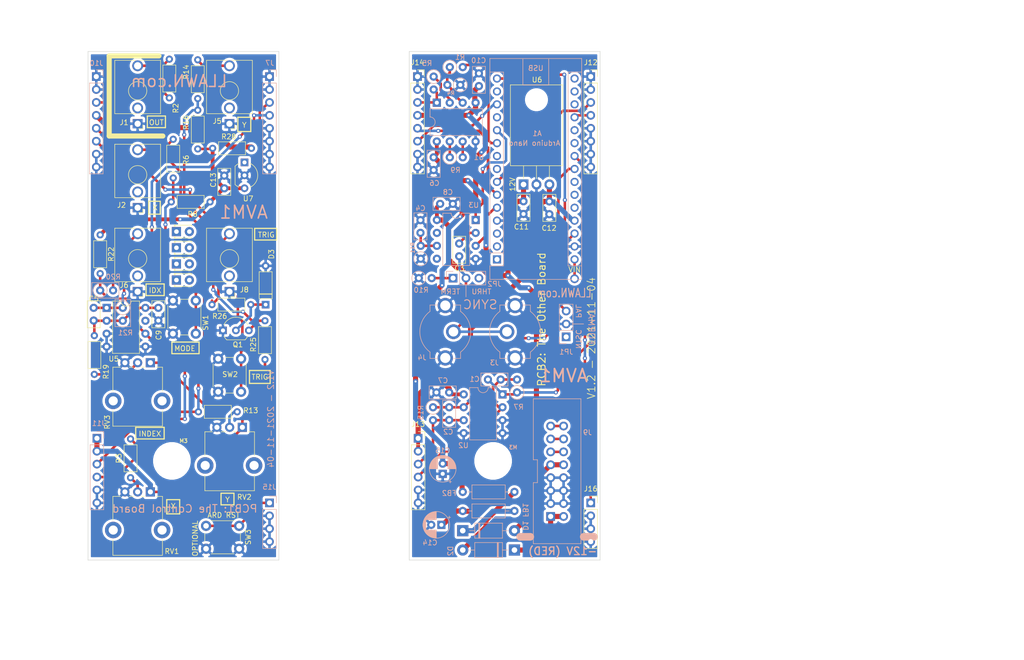
<source format=kicad_pcb>
(kicad_pcb (version 20171130) (host pcbnew "(5.1.10-1-10_14)")
  (layers (0 F.Cu signal) (31 B.Cu signal hide) (34 B.Paste user) (35 F.Paste user) (36 B.SilkS user) (37 F.SilkS user) (38 B.Mask user) (39 F.Mask user) (44 Edge.Cuts user))
  (net 0 "")
  (net 1 "Net-(A1-Pad1)")
  (net 2 "Net-(A1-Pad17)")
  (net 3 "Net-(A1-Pad2)")
  (net 4 "Net-(A1-Pad18)")
  (net 5 "Net-(A1-Pad3)")
  (net 6 /INDEX_CV_BACK)
  (net 7 GND2)
  (net 8 "Net-(A1-Pad20)")
  (net 9 /V_SYNC)
  (net 10 "Net-(A1-Pad21)")
  (net 11 /MODE_SWITCH_BACK)
  (net 12 /X_CV)
  (net 13 /TRIGGER_SWITCH_BACK)
  (net 14 /Y_CV)
  (net 15 "Net-(A1-Pad8)")
  (net 16 "Net-(A1-Pad24)")
  (net 17 "Net-(A1-Pad9)")
  (net 18 "Net-(A1-Pad25)")
  (net 19 /VIDEO)
  (net 20 "Net-(A1-Pad26)")
  (net 21 /C_SYNC)
  (net 22 +5V)
  (net 23 "Net-(A1-Pad12)")
  (net 24 /RESET_SWITCH_BACK)
  (net 25 /TRIGGER_CV_BACK)
  (net 26 "Net-(A1-Pad14)")
  (net 27 "Net-(A1-Pad30)")
  (net 28 "Net-(A1-Pad15)")
  (net 29 "Net-(A1-Pad16)")
  (net 30 /X_CV_PRE_BACK)
  (net 31 /Y_CV_PRE_BACK)
  (net 32 "Net-(C3-Pad1)")
  (net 33 "Net-(C3-Pad2)")
  (net 34 "Net-(C4-Pad1)")
  (net 35 /INDEX_CV_FRONT)
  (net 36 "Net-(C5-Pad2)")
  (net 37 +12V)
  (net 38 +5VA)
  (net 39 GND1)
  (net 40 -12V)
  (net 41 -5V)
  (net 42 "Net-(D1-Pad1)")
  (net 43 "Net-(D1-Pad2)")
  (net 44 "Net-(D2-Pad1)")
  (net 45 "Net-(D2-Pad2)")
  (net 46 "Net-(D3-Pad1)")
  (net 47 "Net-(J1-PadTN)")
  (net 48 "Net-(J1-PadT)")
  (net 49 "Net-(J2-PadTN)")
  (net 50 "Net-(J2-PadT)")
  (net 51 "Net-(J5-PadTN)")
  (net 52 "Net-(J5-PadT)")
  (net 53 "Net-(J6-PadTN)")
  (net 54 "Net-(J6-PadT)")
  (net 55 /TRIGGER_SWITCH_FRONT)
  (net 56 "Net-(J8-PadTN)")
  (net 57 "Net-(J8-PadT)")
  (net 58 "Net-(J9-Pad11)")
  (net 59 "Net-(J9-Pad13)")
  (net 60 "Net-(J9-Pad15)")
  (net 61 /VIDEO_OUT_POST_FRONT)
  (net 62 VEE)
  (net 63 /MODE_SWITCH_FRONT)
  (net 64 /TRIGGER_CV_FRONT)
  (net 65 /Y_CV_PRE_FRONT)
  (net 66 /X_CV_PRE_FRONT)
  (net 67 /VIDEO_OUT_POST_BACK)
  (net 68 /RESET_SWITCH_FRONT)
  (net 69 "Net-(JP1-Pad1)")
  (net 70 "Net-(JP2-Pad1)")
  (net 71 "Net-(JP2-Pad3)")
  (net 72 "Net-(R1-Pad1)")
  (net 73 "Net-(R3-Pad2)")
  (net 74 "Net-(R5-Pad1)")
  (net 75 "Net-(R9-Pad1)")
  (net 76 "Net-(R9-Pad2)")
  (net 77 "Net-(R13-Pad2)")
  (net 78 "Net-(R19-Pad2)")
  (net 79 "Net-(U3-Pad5)")
  (net 80 "Net-(U3-Pad7)")
  (net 81 "Net-(U5-Pad7)")
  (module MountingHole:MountingHole_3.2mm_M3 (layer B.Cu) (at 117.97538 113.792 180)
    (fp_text reference H2 hide)
    (fp_text value H2)
    (pad 1 np_thru_hole circle (at 0 0 180) (size 3.2 3.2) (drill 3.2) (layers *.Cu *.Mask))
  )
  (module MountingHole:MountingHole_3.2mm_M3 (layer F.Cu) (at 54.864 113.792)
    (fp_text reference H1 hide)
    (fp_text value H1)
    (pad 1 np_thru_hole circle (at 0 0) (size 3.2 3.2) (drill 3.2) (layers *.Cu *.Mask))
  )
  (module Connector_PinSocket_2.54mm:PinSocket_1x04_P2.54mm_Vertical (layer F.Cu) (at 137.15238 122.047)
    (fp_text reference J16 (at 0 -2.77) (layer F.SilkS))
    (fp_text value Back_Conn_4)
    (pad 4 thru_hole oval (at 0 7.62) (size 1.7 1.7) (drill 1) (layers *.Cu *.Mask) (net 7 GND2))
    (pad 3 thru_hole oval (at 0 5.08) (size 1.7 1.7) (drill 1) (layers *.Cu *.Mask) (net 7 GND2))
    (pad 2 thru_hole oval (at 0 2.54) (size 1.7 1.7) (drill 1) (layers *.Cu *.Mask) (net 7 GND2))
    (pad 1 thru_hole rect (at 0 0) (size 1.7 1.7) (drill 1) (layers *.Cu *.Mask) (net 24 /RESET_SWITCH_BACK))
  )
  (module Connector_PinSocket_2.54mm:PinSocket_1x08_P2.54mm_Vertical (layer F.Cu) (at 103.11638 38.227)
    (fp_text reference J14 (at 0 -2.77) (layer F.SilkS))
    (fp_text value Back_Conn_1)
    (pad 8 thru_hole oval (at 0 17.78) (size 1.7 1.7) (drill 1) (layers *.Cu *.Mask) (net 7 GND2))
    (pad 7 thru_hole oval (at 0 15.24) (size 1.7 1.7) (drill 1) (layers *.Cu *.Mask) (net 7 GND2))
    (pad 6 thru_hole oval (at 0 12.7) (size 1.7 1.7) (drill 1) (layers *.Cu *.Mask) (net 25 /TRIGGER_CV_BACK))
    (pad 5 thru_hole oval (at 0 10.16) (size 1.7 1.7) (drill 1) (layers *.Cu *.Mask) (net 11 /MODE_SWITCH_BACK))
    (pad 4 thru_hole oval (at 0 7.62) (size 1.7 1.7) (drill 1) (layers *.Cu *.Mask) (net 40 -12V))
    (pad 3 thru_hole oval (at 0 5.08) (size 1.7 1.7) (drill 1) (layers *.Cu *.Mask) (net 67 /VIDEO_OUT_POST_BACK))
    (pad 2 thru_hole oval (at 0 2.54) (size 1.7 1.7) (drill 1) (layers *.Cu *.Mask) (net 7 GND2))
    (pad 1 thru_hole rect (at 0 0) (size 1.7 1.7) (drill 1) (layers *.Cu *.Mask) (net 7 GND2))
  )
  (module Connector_PinSocket_2.54mm:PinSocket_1x06_P2.54mm_Vertical (layer F.Cu) (at 103.24338 109.347)
    (fp_text reference J13 (at 0 -2.77) (layer F.SilkS))
    (fp_text value Back_Conn_3)
    (pad 6 thru_hole oval (at 0 12.7) (size 1.7 1.7) (drill 1) (layers *.Cu *.Mask) (net 7 GND2))
    (pad 5 thru_hole oval (at 0 10.16) (size 1.7 1.7) (drill 1) (layers *.Cu *.Mask) (net 7 GND2))
    (pad 4 thru_hole oval (at 0 7.62) (size 1.7 1.7) (drill 1) (layers *.Cu *.Mask) (net 30 /X_CV_PRE_BACK))
    (pad 3 thru_hole oval (at 0 5.08) (size 1.7 1.7) (drill 1) (layers *.Cu *.Mask) (net 31 /Y_CV_PRE_BACK))
    (pad 2 thru_hole oval (at 0 2.54) (size 1.7 1.7) (drill 1) (layers *.Cu *.Mask) (net 22 +5V))
    (pad 1 thru_hole rect (at 0 0) (size 1.7 1.7) (drill 1) (layers *.Cu *.Mask) (net 22 +5V))
  )
  (module Connector_PinSocket_2.54mm:PinSocket_1x08_P2.54mm_Vertical (layer F.Cu) (at 137.15238 38.227)
    (fp_text reference J12 (at 0 -2.77) (layer F.SilkS))
    (fp_text value Back_Conn_2)
    (pad 8 thru_hole oval (at 0 17.78) (size 1.7 1.7) (drill 1) (layers *.Cu *.Mask) (net 7 GND2))
    (pad 7 thru_hole oval (at 0 15.24) (size 1.7 1.7) (drill 1) (layers *.Cu *.Mask) (net 7 GND2))
    (pad 6 thru_hole oval (at 0 12.7) (size 1.7 1.7) (drill 1) (layers *.Cu *.Mask) (net 7 GND2))
    (pad 5 thru_hole oval (at 0 10.16) (size 1.7 1.7) (drill 1) (layers *.Cu *.Mask) (net 7 GND2))
    (pad 4 thru_hole oval (at 0 7.62) (size 1.7 1.7) (drill 1) (layers *.Cu *.Mask) (net 6 /INDEX_CV_BACK))
    (pad 3 thru_hole oval (at 0 5.08) (size 1.7 1.7) (drill 1) (layers *.Cu *.Mask) (net 13 /TRIGGER_SWITCH_BACK))
    (pad 2 thru_hole oval (at 0 2.54) (size 1.7 1.7) (drill 1) (layers *.Cu *.Mask) (net 7 GND2))
    (pad 1 thru_hole rect (at 0 0) (size 1.7 1.7) (drill 1) (layers *.Cu *.Mask) (net 7 GND2))
  )
  (module jwm_kicad_footprints_misc:C_Disc_D5.0mm_W2.5mm_P2.50mm_LZX (layer B.Cu) (at 106.29138 54.102 270)
    (fp_text reference C6 (at 5.08 -0.1524) (layer B.SilkS) (effects (justify mirror)))
    (fp_text value 100nF hide)
    (pad 1 thru_hole circle (at 0 0 270) (size 1.6 1.6) (drill 0.8) (layers *.Cu *.Mask) (net 37 +12V))
    (pad 2 thru_hole circle (at 2.5 0 270) (size 1.6 1.6) (drill 0.8) (layers *.Cu *.Mask) (net 7 GND2))
  )
  (module jwm_kicad_footprints_misc:C_Disc_D5.0mm_W2.5mm_P2.50mm_LZX (layer B.Cu) (at 109.33938 100.33 180)
    (fp_text reference C7 (at 1.2192 2.3368 180) (layer B.SilkS) (effects (justify mirror)))
    (fp_text value 100nF hide)
    (pad 1 thru_hole circle (at 0 0 180) (size 1.6 1.6) (drill 0.8) (layers *.Cu *.Mask) (net 22 +5V))
    (pad 2 thru_hole circle (at 2.5 0 180) (size 1.6 1.6) (drill 0.8) (layers *.Cu *.Mask) (net 7 GND2))
  )
  (module jwm_kicad_footprints_misc:C_Disc_D5.0mm_W2.5mm_P2.50mm_LZX (layer B.Cu) (at 115.18138 37.592 270)
    (fp_text reference C10 (at -2.54 0.0508 180) (layer B.SilkS) (effects (justify mirror)))
    (fp_text value 100nF hide)
    (pad 1 thru_hole circle (at 0 0 270) (size 1.6 1.6) (drill 0.8) (layers *.Cu *.Mask) (net 7 GND2))
    (pad 2 thru_hole circle (at 2.5 0 270) (size 1.6 1.6) (drill 0.8) (layers *.Cu *.Mask) (net 40 -12V))
  )
  (module jwm_kicad_footprints_misc:C_Disc_D5.0mm_W2.5mm_P2.50mm_LZX (layer F.Cu) (at 123.94438 62.738 270)
    (fp_text reference C11 (at 5.0292 0.4064 unlocked) (layer F.SilkS))
    (fp_text value 330nF hide)
    (pad 1 thru_hole circle (at 0 0 270) (size 1.6 1.6) (drill 0.8) (layers *.Cu *.Mask) (net 37 +12V))
    (pad 2 thru_hole circle (at 2.5 0 270) (size 1.6 1.6) (drill 0.8) (layers *.Cu *.Mask) (net 7 GND2))
  )
  (module jwm_kicad_footprints_misc:C_Disc_D5.0mm_W2.5mm_P2.50mm_LZX (layer F.Cu) (at 129.02438 62.778 270)
    (fp_text reference C12 (at 5.2432 0.0508 180) (layer F.SilkS))
    (fp_text value 100nF hide)
    (pad 1 thru_hole circle (at 0 0 270) (size 1.6 1.6) (drill 0.8) (layers *.Cu *.Mask) (net 22 +5V))
    (pad 2 thru_hole circle (at 2.5 0 270) (size 1.6 1.6) (drill 0.8) (layers *.Cu *.Mask) (net 7 GND2))
  )
  (module Capacitor_THT:CP_Radial_D5.0mm_P2.00mm (layer B.Cu) (at 107.81538 126.365 180)
    (fp_text reference C14 (at 2.25 -3.5) (layer B.SilkS) (effects (justify mirror)))
    (fp_text value "10uF 25V")
    (pad 1 thru_hole rect (at 0 0 180) (size 1.6 1.6) (drill 0.8) (layers *.Cu *.Mask) (net 37 +12V))
    (pad 2 thru_hole circle (at 2 0 180) (size 1.6 1.6) (drill 0.8) (layers *.Cu *.Mask) (net 7 GND2))
  )
  (module jwm_kicad_footprints_misc:IDC-Header_2x08_P2.54mm_Vertical_EurorackPower (layer B.Cu) (at 129.27838 124.714 180)
    (fp_text reference J9 (at -7.239 16.51 180) (layer B.SilkS) (effects (justify mirror)))
    (fp_text value Eurorack_Header_LZX)
    (fp_text user "-12V (RED)" (at -2.363 -6.824) (layer B.SilkS) (effects (font (size 1.5 1.5) (thickness 0.25)) (justify mirror)))
    (pad 1 thru_hole rect (at 0 0) (size 1.7272 1.7272) (drill 1.016) (layers *.Cu *.Mask) (net 44 "Net-(D2-Pad1)"))
    (pad 2 thru_hole oval (at -2.54 0) (size 1.7272 1.7272) (drill 1.016) (layers *.Cu *.Mask) (net 44 "Net-(D2-Pad1)"))
    (pad 3 thru_hole oval (at 0 2.54) (size 1.7272 1.7272) (drill 1.016) (layers *.Cu *.Mask) (net 7 GND2))
    (pad 4 thru_hole oval (at -2.54 2.54) (size 1.7272 1.7272) (drill 1.016) (layers *.Cu *.Mask) (net 7 GND2))
    (pad 5 thru_hole oval (at 0 5.08) (size 1.7272 1.7272) (drill 1.016) (layers *.Cu *.Mask) (net 7 GND2))
    (pad 6 thru_hole oval (at -2.54 5.08) (size 1.7272 1.7272) (drill 1.016) (layers *.Cu *.Mask) (net 7 GND2))
    (pad 7 thru_hole oval (at 0 7.62) (size 1.7272 1.7272) (drill 1.016) (layers *.Cu *.Mask) (net 7 GND2))
    (pad 8 thru_hole oval (at -2.54 7.62) (size 1.7272 1.7272) (drill 1.016) (layers *.Cu *.Mask) (net 7 GND2))
    (pad 9 thru_hole oval (at 0 10.16) (size 1.7272 1.7272) (drill 1.016) (layers *.Cu *.Mask) (net 43 "Net-(D1-Pad2)"))
    (pad 10 thru_hole oval (at -2.54 10.16) (size 1.7272 1.7272) (drill 1.016) (layers *.Cu *.Mask) (net 43 "Net-(D1-Pad2)"))
    (pad 11 thru_hole oval (at 0 12.7) (size 1.7272 1.7272) (drill 1.016) (layers *.Cu *.Mask) (net 58 "Net-(J9-Pad11)"))
    (pad 12 thru_hole oval (at -2.54 12.7) (size 1.7272 1.7272) (drill 1.016) (layers *.Cu *.Mask) (net 58 "Net-(J9-Pad11)"))
    (pad 13 thru_hole oval (at 0 15.24) (size 1.7272 1.7272) (drill 1.016) (layers *.Cu *.Mask) (net 59 "Net-(J9-Pad13)"))
    (pad 14 thru_hole oval (at -2.54 15.24) (size 1.7272 1.7272) (drill 1.016) (layers *.Cu *.Mask) (net 59 "Net-(J9-Pad13)"))
    (pad 15 thru_hole oval (at 0 17.78) (size 1.7272 1.7272) (drill 1.016) (layers *.Cu *.Mask) (net 60 "Net-(J9-Pad15)"))
    (pad 16 thru_hole oval (at -2.54 17.78) (size 1.7272 1.7272) (drill 1.016) (layers *.Cu *.Mask) (net 60 "Net-(J9-Pad15)"))
  )
  (module Package_DIP:DIP-8_W7.62mm (layer B.Cu) (at 106.91138 43.362 270)
    (fp_text reference U1 (at 10.74 -8.27 180) (layer B.SilkS) (effects (justify mirror)))
    (fp_text value LM6172)
    (pad 1 thru_hole rect (at 0 0 270) (size 1.6 1.6) (drill 0.8) (layers *.Cu *.Mask) (net 67 /VIDEO_OUT_POST_BACK))
    (pad 5 thru_hole oval (at 7.62 -7.62 270) (size 1.6 1.6) (drill 0.8) (layers *.Cu *.Mask) (net 7 GND2))
    (pad 2 thru_hole oval (at 0 -2.54 270) (size 1.6 1.6) (drill 0.8) (layers *.Cu *.Mask) (net 74 "Net-(R5-Pad1)"))
    (pad 6 thru_hole oval (at 7.62 -5.08 270) (size 1.6 1.6) (drill 0.8) (layers *.Cu *.Mask) (net 76 "Net-(R9-Pad2)"))
    (pad 3 thru_hole oval (at 0 -5.08 270) (size 1.6 1.6) (drill 0.8) (layers *.Cu *.Mask) (net 72 "Net-(R1-Pad1)"))
    (pad 7 thru_hole oval (at 7.62 -2.54 270) (size 1.6 1.6) (drill 0.8) (layers *.Cu *.Mask) (net 75 "Net-(R9-Pad1)"))
    (pad 4 thru_hole oval (at 0 -7.62 270) (size 1.6 1.6) (drill 0.8) (layers *.Cu *.Mask) (net 40 -12V))
    (pad 8 thru_hole oval (at 7.62 0 270) (size 1.6 1.6) (drill 0.8) (layers *.Cu *.Mask) (net 37 +12V))
  )
  (module Capacitor_THT:CP_Radial_D5.0mm_P2.00mm (layer B.Cu) (at 108.06938 116.332 90)
    (fp_text reference C15 (at 4.572 0 180) (layer B.SilkS) (effects (justify mirror)))
    (fp_text value "10uF 25V")
    (pad 1 thru_hole rect (at 0 0 90) (size 1.6 1.6) (drill 0.8) (layers *.Cu *.Mask) (net 7 GND2))
    (pad 2 thru_hole circle (at 2 0 90) (size 1.6 1.6) (drill 0.8) (layers *.Cu *.Mask) (net 40 -12V))
  )
  (module Resistor_THT:R_Axial_DIN0207_L6.3mm_D2.5mm_P2.54mm_Vertical (layer B.Cu) (at 106.29138 38.227 270)
    (fp_text reference R5 (at -2.6162 1.2954) (layer B.SilkS) (effects (justify mirror)))
    (fp_text value 1K)
    (pad 1 thru_hole circle (at 0 0 270) (size 1.6 1.6) (drill 0.8) (layers *.Cu *.Mask) (net 74 "Net-(R5-Pad1)"))
    (pad 2 thru_hole oval (at 2.54 0 270) (size 1.6 1.6) (drill 0.8) (layers *.Cu *.Mask) (net 67 /VIDEO_OUT_POST_BACK))
  )
  (module Resistor_THT:R_Axial_DIN0207_L6.3mm_D2.5mm_P2.54mm_Vertical (layer B.Cu) (at 122.67438 100.33 90)
    (fp_text reference R7 (at -2.8702 0.3048) (layer B.SilkS) (effects (justify mirror)))
    (fp_text value 100K)
    (pad 1 thru_hole circle (at 0 0 90) (size 1.6 1.6) (drill 0.8) (layers *.Cu *.Mask) (net 12 /X_CV))
    (pad 2 thru_hole oval (at 2.54 0 90) (size 1.6 1.6) (drill 0.8) (layers *.Cu *.Mask) (net 30 /X_CV_PRE_BACK))
  )
  (module Resistor_THT:R_Axial_DIN0207_L6.3mm_D2.5mm_P2.54mm_Vertical (layer B.Cu) (at 106.16438 103.251 270)
    (fp_text reference R15 (at 1.0414 2.413 270) (layer B.SilkS) (effects (justify mirror)))
    (fp_text value 100K)
    (pad 1 thru_hole circle (at 0 0 270) (size 1.6 1.6) (drill 0.8) (layers *.Cu *.Mask) (net 14 /Y_CV))
    (pad 2 thru_hole oval (at 2.54 0 270) (size 1.6 1.6) (drill 0.8) (layers *.Cu *.Mask) (net 31 /Y_CV_PRE_BACK))
  )
  (module Resistor_THT:R_Axial_DIN0207_L6.3mm_D2.5mm_P2.54mm_Vertical (layer B.Cu) (at 109.46638 54.102)
    (fp_text reference R9 (at 1.1176 2.5146 180) (layer B.SilkS) (effects (justify mirror)))
    (fp_text value 1K)
    (pad 1 thru_hole circle (at 0 0) (size 1.6 1.6) (drill 0.8) (layers *.Cu *.Mask) (net 75 "Net-(R9-Pad1)"))
    (pad 2 thru_hole oval (at 2.54 0) (size 1.6 1.6) (drill 0.8) (layers *.Cu *.Mask) (net 76 "Net-(R9-Pad2)"))
  )
  (module jwm_kicad_footprints_misc:C_Disc_D5.0mm_W2.5mm_P2.50mm_LZX (layer B.Cu) (at 107.56138 63.246)
    (fp_text reference C8 (at 1.524 -2.286) (layer B.SilkS) (effects (justify mirror)))
    (fp_text value 100nF hide)
    (pad 1 thru_hole circle (at 0 0) (size 1.6 1.6) (drill 0.8) (layers *.Cu *.Mask) (net 22 +5V))
    (pad 2 thru_hole circle (at 2.5 0) (size 1.6 1.6) (drill 0.8) (layers *.Cu *.Mask) (net 7 GND2))
  )
  (module jwm_kicad_footprints_misc:C_Disc_D5.0mm_W2.5mm_P2.50mm_LZX (layer B.Cu) (at 109.33938 103.251 270)
    (fp_text reference C2 (at 4.826 0.1905 180) (layer B.SilkS) (effects (justify mirror)))
    (fp_text value 10nf hide)
    (pad 1 thru_hole circle (at 0 0 270) (size 1.6 1.6) (drill 0.8) (layers *.Cu *.Mask) (net 14 /Y_CV))
    (pad 2 thru_hole circle (at 2.5 0 270) (size 1.6 1.6) (drill 0.8) (layers *.Cu *.Mask) (net 31 /Y_CV_PRE_BACK))
  )
  (module Resistor_THT:R_Axial_DIN0207_L6.3mm_D2.5mm_P2.54mm_Vertical (layer B.Cu) (at 111.52638 39.862 180)
    (fp_text reference R4 (at 1.8568 -1.6162 180) (layer B.SilkS) (effects (font (size 0.75 0.75)) (justify mirror)))
    (fp_text value 1K)
    (pad 1 thru_hole circle (at 0 0 180) (size 1.6 1.6) (drill 0.8) (layers *.Cu *.Mask) (net 7 GND2))
    (pad 2 thru_hole oval (at 2.54 0 180) (size 1.6 1.6) (drill 0.8) (layers *.Cu *.Mask) (net 72 "Net-(R1-Pad1)"))
  )
  (module Package_DIP:DIP-8_W7.62mm (layer B.Cu) (at 119.81688 100.711 180)
    (fp_text reference U2 (at 7.6835 -10.033) (layer B.SilkS) (effects (justify mirror)))
    (fp_text value MCP6002-xP)
    (pad 1 thru_hole rect (at 0 0 180) (size 1.6 1.6) (drill 0.8) (layers *.Cu *.Mask) (net 12 /X_CV))
    (pad 5 thru_hole oval (at 7.62 -7.62 180) (size 1.6 1.6) (drill 0.8) (layers *.Cu *.Mask) (net 7 GND2))
    (pad 2 thru_hole oval (at 0 -2.54 180) (size 1.6 1.6) (drill 0.8) (layers *.Cu *.Mask) (net 30 /X_CV_PRE_BACK))
    (pad 6 thru_hole oval (at 7.62 -5.08 180) (size 1.6 1.6) (drill 0.8) (layers *.Cu *.Mask) (net 31 /Y_CV_PRE_BACK))
    (pad 3 thru_hole oval (at 0 -5.08 180) (size 1.6 1.6) (drill 0.8) (layers *.Cu *.Mask) (net 7 GND2))
    (pad 7 thru_hole oval (at 7.62 -2.54 180) (size 1.6 1.6) (drill 0.8) (layers *.Cu *.Mask) (net 14 /Y_CV))
    (pad 4 thru_hole oval (at 0 -7.62 180) (size 1.6 1.6) (drill 0.8) (layers *.Cu *.Mask) (net 7 GND2))
    (pad 8 thru_hole oval (at 7.62 0 180) (size 1.6 1.6) (drill 0.8) (layers *.Cu *.Mask) (net 22 +5V))
  )
  (module jwm_kicad_footprints_misc:C_Disc_D5.0mm_W2.5mm_P2.50mm_LZX (layer F.Cu) (at 111.30788 73.5565 90)
    (fp_text reference C3 (at -2.3876 0.0508) (layer F.SilkS))
    (fp_text value 100nF hide)
    (pad 1 thru_hole circle (at 0 0 90) (size 1.6 1.6) (drill 0.8) (layers *.Cu *.Mask) (net 32 "Net-(C3-Pad1)"))
    (pad 2 thru_hole circle (at 2.5 0 90) (size 1.6 1.6) (drill 0.8) (layers *.Cu *.Mask) (net 33 "Net-(C3-Pad2)"))
  )
  (module jwm_kicad_footprints_misc:C_Disc_D5.0mm_W2.5mm_P2.50mm_LZX (layer B.Cu) (at 103.70058 68.9464 90)
    (fp_text reference C4 (at 4.826 0) (layer B.SilkS) (effects (justify mirror)))
    (fp_text value 100nF hide)
    (pad 1 thru_hole circle (at 0 0 90) (size 1.6 1.6) (drill 0.8) (layers *.Cu *.Mask) (net 34 "Net-(C4-Pad1)"))
    (pad 2 thru_hole circle (at 2.5 0 90) (size 1.6 1.6) (drill 0.8) (layers *.Cu *.Mask) (net 7 GND2))
  )
  (module Connector_Wire:SolderWire-0.5sqmm_1x01_D0.9mm_OD2.1mm (layer F.Cu) (at 133.97738 77.978)
    (fp_text reference J17 hide)
    (fp_text value VIN)
    (pad 1 thru_hole circle (at 0 0) (size 1.7 1.7) (drill 1.1) (layers *.Cu *.Mask) (net 27 "Net-(A1-Pad30)"))
  )
  (module Package_DIP:DIP-8_W7.62mm (layer B.Cu) (at 114.54638 66.421 180)
    (fp_text reference U3 (at 0.381 2.921) (layer B.SilkS) (effects (justify mirror)))
    (fp_text value LM1881)
    (pad 1 thru_hole rect (at 0 0 180) (size 1.6 1.6) (drill 0.8) (layers *.Cu *.Mask) (net 21 /C_SYNC))
    (pad 5 thru_hole oval (at 7.62 -7.62 180) (size 1.6 1.6) (drill 0.8) (layers *.Cu *.Mask) (net 79 "Net-(U3-Pad5)"))
    (pad 2 thru_hole oval (at 0 -2.54 180) (size 1.6 1.6) (drill 0.8) (layers *.Cu *.Mask) (net 33 "Net-(C3-Pad2)"))
    (pad 6 thru_hole oval (at 7.62 -5.08 180) (size 1.6 1.6) (drill 0.8) (layers *.Cu *.Mask) (net 34 "Net-(C4-Pad1)"))
    (pad 3 thru_hole oval (at 0 -5.08 180) (size 1.6 1.6) (drill 0.8) (layers *.Cu *.Mask) (net 9 /V_SYNC))
    (pad 7 thru_hole oval (at 7.62 -2.54 180) (size 1.6 1.6) (drill 0.8) (layers *.Cu *.Mask) (net 80 "Net-(U3-Pad7)"))
    (pad 4 thru_hole oval (at 0 -7.62 180) (size 1.6 1.6) (drill 0.8) (layers *.Cu *.Mask) (net 7 GND2))
    (pad 8 thru_hole oval (at 7.62 0 180) (size 1.6 1.6) (drill 0.8) (layers *.Cu *.Mask) (net 22 +5V))
  )
  (module Connector_PinHeader_2.54mm:PinHeader_1x03_P2.54mm_Vertical (layer B.Cu) (at 132.32638 89.408)
    (fp_text reference JP1 (at 0 2.9464) (layer B.SilkS) (effects (justify mirror)))
    (fp_text value pal_jumper)
    (pad 1 thru_hole rect (at 0 0) (size 1.7 1.7) (drill 1) (layers *.Cu *.Mask) (net 69 "Net-(JP1-Pad1)"))
    (pad 2 thru_hole oval (at 0 -2.54) (size 1.7 1.7) (drill 1) (layers *.Cu *.Mask) (net 7 GND2))
    (pad 3 thru_hole oval (at 0 -5.08) (size 1.7 1.7) (drill 1) (layers *.Cu *.Mask) (net 28 "Net-(A1-Pad15)"))
  )
  (module jwm_kicad_footprints_misc:RCA-Phono_CUI-Devices_RCJ-02X_Vertical (layer B.Cu) (at 122.29338 88.392 270)
    (fp_text reference J3 (at 6.096 4.064 180) (layer B.SilkS) (effects (justify mirror)))
    (fp_text value Conn_Coaxial)
    (pad 2 thru_hole circle (at 5.15 0 270) (size 2.999999 2.999999) (drill 2) (layers *.Cu *.Mask) (net 7 GND2))
    (pad 2 thru_hole circle (at -5.15 0 270) (size 2.999999 2.999999) (drill 2) (layers *.Cu *.Mask) (net 7 GND2))
    (pad 1 thru_hole circle (at 0 1.6 270) (size 2.899999 2.899999) (drill 1.9) (layers *.Cu *.Mask) (net 32 "Net-(C3-Pad1)"))
  )
  (module Connector_PinHeader_2.54mm:PinHeader_1x03_P2.54mm_Vertical (layer B.Cu) (at 110.10138 77.851 270)
    (fp_text reference JP2 (at 1.143 -8.128 180) (layer B.SilkS) (effects (justify mirror)))
    (fp_text value sync_term_jumper)
    (pad 1 thru_hole rect (at 0 0 270) (size 1.7 1.7) (drill 1) (layers *.Cu *.Mask) (net 70 "Net-(JP2-Pad1)"))
    (pad 2 thru_hole oval (at 0 -2.54 270) (size 1.7 1.7) (drill 1) (layers *.Cu *.Mask) (net 32 "Net-(C3-Pad1)"))
    (pad 3 thru_hole oval (at 0 -5.08 270) (size 1.7 1.7) (drill 1) (layers *.Cu *.Mask) (net 71 "Net-(JP2-Pad3)"))
  )
  (module Resistor_THT:R_Axial_DIN0207_L6.3mm_D2.5mm_P2.54mm_Vertical (layer B.Cu) (at 103.37038 77.851)
    (fp_text reference R10 (at 0.4572 2.3368) (layer B.SilkS) (effects (justify mirror)))
    (fp_text value 75R)
    (pad 1 thru_hole circle (at 0 0) (size 1.6 1.6) (drill 0.8) (layers *.Cu *.Mask) (net 7 GND2))
    (pad 2 thru_hole oval (at 2.54 0) (size 1.6 1.6) (drill 0.8) (layers *.Cu *.Mask) (net 70 "Net-(JP2-Pad1)"))
  )
  (module Resistor_THT:R_Axial_DIN0207_L6.3mm_D2.5mm_P2.54mm_Vertical (layer B.Cu) (at 103.75138 74.041 90)
    (fp_text reference R11 (at 2.1336 -1.5748 90) (layer B.SilkS) (effects (font (size 0.75 0.75)) (justify mirror)))
    (fp_text value 680K)
    (pad 1 thru_hole circle (at 0 0 90) (size 1.6 1.6) (drill 0.8) (layers *.Cu *.Mask) (net 7 GND2))
    (pad 2 thru_hole oval (at 2.54 0 90) (size 1.6 1.6) (drill 0.8) (layers *.Cu *.Mask) (net 34 "Net-(C4-Pad1)"))
  )
  (module Diode_THT:D_DO-41_SOD81_P10.16mm_Horizontal (layer B.Cu) (at 112.00638 127.508)
    (fp_text reference D1 (at 12.319 -1.016 270 unlocked) (layer B.SilkS) (effects (justify mirror)))
    (fp_text value 1N4001)
    (pad 1 thru_hole rect (at 0 0) (size 2.2 2.2) (drill 1.1) (layers *.Cu *.Mask) (net 42 "Net-(D1-Pad1)"))
    (pad 2 thru_hole oval (at 10.16 0) (size 2.2 2.2) (drill 1.1) (layers *.Cu *.Mask) (net 43 "Net-(D1-Pad2)"))
  )
  (module Diode_THT:D_DO-41_SOD81_P10.16mm_Horizontal (layer B.Cu) (at 122.16638 131.318 180)
    (fp_text reference D2 (at 12.573 -0.1905 90) (layer B.SilkS) (effects (justify mirror)))
    (fp_text value 1N4001)
    (pad 1 thru_hole rect (at 0 0 180) (size 2.2 2.2) (drill 1.1) (layers *.Cu *.Mask) (net 44 "Net-(D2-Pad1)"))
    (pad 2 thru_hole oval (at 10.16 0 180) (size 2.2 2.2) (drill 1.1) (layers *.Cu *.Mask) (net 45 "Net-(D2-Pad2)"))
  )
  (module Resistor_THT:R_Axial_DIN0207_L6.3mm_D2.5mm_P10.16mm_Horizontal (layer B.Cu) (at 112.00638 123.6345)
    (fp_text reference FB1 (at 12.319 -0.1905 270 unlocked) (layer B.SilkS) (effects (justify mirror)))
    (fp_text value 68R)
    (pad 1 thru_hole circle (at 0 0) (size 1.6 1.6) (drill 0.8) (layers *.Cu *.Mask) (net 37 +12V))
    (pad 2 thru_hole oval (at 10.16 0) (size 1.6 1.6) (drill 0.8) (layers *.Cu *.Mask) (net 42 "Net-(D1-Pad1)"))
  )
  (module Resistor_THT:R_Axial_DIN0207_L6.3mm_D2.5mm_P10.16mm_Horizontal (layer B.Cu) (at 112.00638 119.888)
    (fp_text reference FB2 (at -2.667 0.254) (layer B.SilkS) (effects (justify mirror)))
    (fp_text value 68R)
    (pad 1 thru_hole circle (at 0 0) (size 1.6 1.6) (drill 0.8) (layers *.Cu *.Mask) (net 40 -12V))
    (pad 2 thru_hole oval (at 10.16 0) (size 1.6 1.6) (drill 0.8) (layers *.Cu *.Mask) (net 45 "Net-(D2-Pad2)"))
  )
  (module Module:Arduino_Nano (layer B.Cu) (at 118.73738 74.168)
    (fp_text reference A1 (at 7.874 -24.765) (layer B.SilkS) (effects (justify mirror)))
    (fp_text value Arduino_Nano_v3.x)
    (pad 1 thru_hole rect (at 0 0) (size 1.6 1.6) (drill 1) (layers *.Cu *.Mask) (net 1 "Net-(A1-Pad1)"))
    (pad 17 thru_hole oval (at 15.24 -33.02) (size 1.6 1.6) (drill 1) (layers *.Cu *.Mask) (net 2 "Net-(A1-Pad17)"))
    (pad 2 thru_hole oval (at 0 -2.54) (size 1.6 1.6) (drill 1) (layers *.Cu *.Mask) (net 3 "Net-(A1-Pad2)"))
    (pad 18 thru_hole oval (at 15.24 -30.48) (size 1.6 1.6) (drill 1) (layers *.Cu *.Mask) (net 4 "Net-(A1-Pad18)"))
    (pad 3 thru_hole oval (at 0 -5.08) (size 1.6 1.6) (drill 1) (layers *.Cu *.Mask) (net 5 "Net-(A1-Pad3)"))
    (pad 19 thru_hole oval (at 15.24 -27.94) (size 1.6 1.6) (drill 1) (layers *.Cu *.Mask) (net 6 /INDEX_CV_BACK))
    (pad 4 thru_hole oval (at 0 -7.62) (size 1.6 1.6) (drill 1) (layers *.Cu *.Mask) (net 7 GND2))
    (pad 20 thru_hole oval (at 15.24 -25.4) (size 1.6 1.6) (drill 1) (layers *.Cu *.Mask) (net 8 "Net-(A1-Pad20)"))
    (pad 5 thru_hole oval (at 0 -10.16) (size 1.6 1.6) (drill 1) (layers *.Cu *.Mask) (net 9 /V_SYNC))
    (pad 21 thru_hole oval (at 15.24 -22.86) (size 1.6 1.6) (drill 1) (layers *.Cu *.Mask) (net 10 "Net-(A1-Pad21)"))
    (pad 6 thru_hole oval (at 0 -12.7) (size 1.6 1.6) (drill 1) (layers *.Cu *.Mask) (net 11 /MODE_SWITCH_BACK))
    (pad 22 thru_hole oval (at 15.24 -20.32) (size 1.6 1.6) (drill 1) (layers *.Cu *.Mask) (net 12 /X_CV))
    (pad 7 thru_hole oval (at 0 -15.24) (size 1.6 1.6) (drill 1) (layers *.Cu *.Mask) (net 13 /TRIGGER_SWITCH_BACK))
    (pad 23 thru_hole oval (at 15.24 -17.78) (size 1.6 1.6) (drill 1) (layers *.Cu *.Mask) (net 14 /Y_CV))
    (pad 8 thru_hole oval (at 0 -17.78) (size 1.6 1.6) (drill 1) (layers *.Cu *.Mask) (net 15 "Net-(A1-Pad8)"))
    (pad 24 thru_hole oval (at 15.24 -15.24) (size 1.6 1.6) (drill 1) (layers *.Cu *.Mask) (net 16 "Net-(A1-Pad24)"))
    (pad 9 thru_hole oval (at 0 -20.32) (size 1.6 1.6) (drill 1) (layers *.Cu *.Mask) (net 17 "Net-(A1-Pad9)"))
    (pad 25 thru_hole oval (at 15.24 -12.7) (size 1.6 1.6) (drill 1) (layers *.Cu *.Mask) (net 18 "Net-(A1-Pad25)"))
    (pad 10 thru_hole oval (at 0 -22.86) (size 1.6 1.6) (drill 1) (layers *.Cu *.Mask) (net 19 /VIDEO))
    (pad 26 thru_hole oval (at 15.24 -10.16) (size 1.6 1.6) (drill 1) (layers *.Cu *.Mask) (net 20 "Net-(A1-Pad26)"))
    (pad 11 thru_hole oval (at 0 -25.4) (size 1.6 1.6) (drill 1) (layers *.Cu *.Mask) (net 21 /C_SYNC))
    (pad 27 thru_hole oval (at 15.24 -7.62) (size 1.6 1.6) (drill 1) (layers *.Cu *.Mask) (net 22 +5V))
    (pad 12 thru_hole oval (at 0 -27.94) (size 1.6 1.6) (drill 1) (layers *.Cu *.Mask) (net 23 "Net-(A1-Pad12)"))
    (pad 28 thru_hole oval (at 15.24 -5.08) (size 1.6 1.6) (drill 1) (layers *.Cu *.Mask) (net 24 /RESET_SWITCH_BACK))
    (pad 13 thru_hole oval (at 0 -30.48) (size 1.6 1.6) (drill 1) (layers *.Cu *.Mask) (net 25 /TRIGGER_CV_BACK))
    (pad 29 thru_hole oval (at 15.24 -2.54) (size 1.6 1.6) (drill 1) (layers *.Cu *.Mask) (net 7 GND2))
    (pad 14 thru_hole oval (at 0 -33.02) (size 1.6 1.6) (drill 1) (layers *.Cu *.Mask) (net 26 "Net-(A1-Pad14)"))
    (pad 30 thru_hole oval (at 15.24 0) (size 1.6 1.6) (drill 1) (layers *.Cu *.Mask) (net 27 "Net-(A1-Pad30)"))
    (pad 15 thru_hole oval (at 0 -35.56) (size 1.6 1.6) (drill 1) (layers *.Cu *.Mask) (net 28 "Net-(A1-Pad15)"))
    (pad 16 thru_hole oval (at 15.24 -35.56) (size 1.6 1.6) (drill 1) (layers *.Cu *.Mask) (net 29 "Net-(A1-Pad16)"))
  )
  (module Resistor_THT:R_Axial_DIN0207_L6.3mm_D2.5mm_P2.54mm_Vertical (layer B.Cu) (at 109.46638 36.362)
    (fp_text reference R1 (at 2.0066 -1.9704) (layer B.SilkS) (effects (justify mirror)))
    (fp_text value 3.92K)
    (pad 1 thru_hole circle (at 0 0) (size 1.6 1.6) (drill 0.8) (layers *.Cu *.Mask) (net 72 "Net-(R1-Pad1)"))
    (pad 2 thru_hole oval (at 2.54 0) (size 1.6 1.6) (drill 0.8) (layers *.Cu *.Mask) (net 19 /VIDEO))
  )
  (module Package_TO_SOT_THT:TO-220-3_Horizontal_TabDown (layer F.Cu) (at 123.95038 59.436)
    (fp_text reference U6 (at 2.661 -20.574) (layer F.SilkS))
    (fp_text value L7805)
    (pad 3 thru_hole oval (at 5.08 0) (size 1.905 2) (drill 1.1) (layers *.Cu *.Mask) (net 22 +5V))
    (pad 2 thru_hole oval (at 2.54 0) (size 1.905 2) (drill 1.1) (layers *.Cu *.Mask) (net 7 GND2))
    (pad 1 thru_hole rect (at 0 0) (size 1.905 2) (drill 1.1) (layers *.Cu *.Mask) (net 37 +12V))
    (pad "" np_thru_hole oval (at 2.54 -16.66) (size 3.5 3.5) (drill 3.5) (layers *.Cu *.Mask))
  )
  (module jwm_kicad_footprints_misc:C_Disc_D5.0mm_W2.5mm_P2.50mm_LZX (layer B.Cu) (at 116.95938 97.79)
    (fp_text reference C1 (at -2.6416 -0.0762) (layer B.SilkS) (effects (justify mirror)))
    (fp_text value 10nf hide)
    (pad 1 thru_hole circle (at 0 0) (size 1.6 1.6) (drill 0.8) (layers *.Cu *.Mask) (net 12 /X_CV))
    (pad 2 thru_hole circle (at 2.5 0) (size 1.6 1.6) (drill 0.8) (layers *.Cu *.Mask) (net 30 /X_CV_PRE_BACK))
  )
  (module jwm_kicad_footprints_misc:RCA-Phono_CUI-Devices_RCJ-02X_Vertical (layer B.Cu) (at 108.57738 88.392 90)
    (fp_text reference J4 (at -5.08 -4.572 180) (layer B.SilkS) (effects (justify mirror)))
    (fp_text value Conn_Coaxial)
    (pad 2 thru_hole circle (at 5.15 0 90) (size 2.999999 2.999999) (drill 2) (layers *.Cu *.Mask) (net 7 GND2))
    (pad 2 thru_hole circle (at -5.15 0 90) (size 2.999999 2.999999) (drill 2) (layers *.Cu *.Mask) (net 7 GND2))
    (pad 1 thru_hole circle (at 0 1.6 90) (size 2.899999 2.899999) (drill 1.9) (layers *.Cu *.Mask) (net 32 "Net-(C3-Pad1)"))
  )
  (module Button_Switch_THT:SW_PUSH_6mm_H9.5mm (layer F.Cu) (at 68.072 131.064 180)
    (fp_text reference SW3 (at -1.778 2.286 90) (layer F.SilkS))
    (fp_text value Button_Arduino_Reset)
    (pad 2 thru_hole circle (at 0 4.5 270) (size 2 2) (drill 1.1) (layers *.Cu *.Mask) (net 68 /RESET_SWITCH_FRONT))
    (pad 1 thru_hole circle (at 0 0 270) (size 2 2) (drill 1.1) (layers *.Cu *.Mask) (net 39 GND1))
    (pad 2 thru_hole circle (at 6.5 4.5 270) (size 2 2) (drill 1.1) (layers *.Cu *.Mask) (net 68 /RESET_SWITCH_FRONT))
    (pad 1 thru_hole circle (at 6.5 0 270) (size 2 2) (drill 1.1) (layers *.Cu *.Mask) (net 39 GND1))
  )
  (module jwm_kicad_footprints_misc:C_Disc_D5.0mm_W2.5mm_P2.50mm_LZX (layer F.Cu) (at 52.197 83.693 270)
    (fp_text reference C9 (at 5.3594 -0.0762 270) (layer F.SilkS))
    (fp_text value 100nF hide)
    (pad 1 thru_hole circle (at 0 0 270) (size 1.6 1.6) (drill 0.8) (layers *.Cu *.Mask) (net 38 +5VA))
    (pad 2 thru_hole circle (at 2.5 0 270) (size 1.6 1.6) (drill 0.8) (layers *.Cu *.Mask) (net 39 GND1))
  )
  (module jwm_kicad_footprints_misc:C_Disc_D5.0mm_W2.5mm_P2.50mm_LZX (layer F.Cu) (at 65.151 60.198 90)
    (fp_text reference C13 (at 1.6256 -2.159 90) (layer F.SilkS))
    (fp_text value 470nF hide)
    (pad 1 thru_hole circle (at 0 0 90) (size 1.6 1.6) (drill 0.8) (layers *.Cu *.Mask) (net 41 -5V))
    (pad 2 thru_hole circle (at 2.5 0 90) (size 1.6 1.6) (drill 0.8) (layers *.Cu *.Mask) (net 39 GND1))
  )
  (module Connector_Audio:Jack_3.5mm_QingPu_WQP-PJ398SM_Vertical_CircularHoles (layer F.Cu) (at 48.133 47.498 180)
    (fp_text reference J1 (at 2.667 0.254 180) (layer F.SilkS))
    (fp_text value Video_Output)
    (pad TN thru_hole circle (at 0 3.1) (size 2.13 2.13) (drill 1.42) (layers *.Cu *.Mask) (net 47 "Net-(J1-PadTN)"))
    (pad S thru_hole rect (at 0 0) (size 1.93 1.83) (drill 1.22) (layers *.Cu *.Mask) (net 39 GND1))
    (pad T thru_hole circle (at 0 11.4) (size 2.13 2.13) (drill 1.43) (layers *.Cu *.Mask) (net 48 "Net-(J1-PadT)"))
  )
  (module Connector_Audio:Jack_3.5mm_QingPu_WQP-PJ398SM_Vertical_CircularHoles (layer F.Cu) (at 48.133 64.008 180)
    (fp_text reference J2 (at 3.175 0.508 180) (layer F.SilkS))
    (fp_text value Jack_X_CV)
    (pad TN thru_hole circle (at 0 3.1) (size 2.13 2.13) (drill 1.42) (layers *.Cu *.Mask) (net 49 "Net-(J2-PadTN)"))
    (pad S thru_hole rect (at 0 0) (size 1.93 1.83) (drill 1.22) (layers *.Cu *.Mask) (net 39 GND1))
    (pad T thru_hole circle (at 0 11.4) (size 2.13 2.13) (drill 1.43) (layers *.Cu *.Mask) (net 50 "Net-(J2-PadT)"))
  )
  (module Connector_Audio:Jack_3.5mm_QingPu_WQP-PJ398SM_Vertical_CircularHoles (layer F.Cu) (at 66.167 47.498 180)
    (fp_text reference J5 (at 2.413 0.508 180) (layer F.SilkS))
    (fp_text value Jack_Y_CV)
    (pad TN thru_hole circle (at 0 3.1) (size 2.13 2.13) (drill 1.42) (layers *.Cu *.Mask) (net 51 "Net-(J5-PadTN)"))
    (pad S thru_hole rect (at 0 0) (size 1.93 1.83) (drill 1.22) (layers *.Cu *.Mask) (net 39 GND1))
    (pad T thru_hole circle (at 0 11.4) (size 2.13 2.13) (drill 1.43) (layers *.Cu *.Mask) (net 52 "Net-(J5-PadT)"))
  )
  (module Connector_Audio:Jack_3.5mm_QingPu_WQP-PJ398SM_Vertical_CircularHoles (layer F.Cu) (at 48.133 80.518 180)
    (fp_text reference J6 (at 2.667 1.27 180) (layer F.SilkS))
    (fp_text value Jack_Index_CV)
    (pad TN thru_hole circle (at 0 3.1) (size 2.13 2.13) (drill 1.42) (layers *.Cu *.Mask) (net 53 "Net-(J6-PadTN)"))
    (pad S thru_hole rect (at 0 0) (size 1.93 1.83) (drill 1.22) (layers *.Cu *.Mask) (net 39 GND1))
    (pad T thru_hole circle (at 0 11.4) (size 2.13 2.13) (drill 1.43) (layers *.Cu *.Mask) (net 54 "Net-(J6-PadT)"))
  )
  (module Connector_Audio:Jack_3.5mm_QingPu_WQP-PJ398SM_Vertical_CircularHoles (layer F.Cu) (at 66.167 80.518 180)
    (fp_text reference J8 (at -2.921 0.381 180) (layer F.SilkS))
    (fp_text value Jack_Trigger)
    (pad TN thru_hole circle (at 0 3.1) (size 2.13 2.13) (drill 1.42) (layers *.Cu *.Mask) (net 56 "Net-(J8-PadTN)"))
    (pad S thru_hole rect (at 0 0) (size 1.93 1.83) (drill 1.22) (layers *.Cu *.Mask) (net 39 GND1))
    (pad T thru_hole circle (at 0 11.4) (size 2.13 2.13) (drill 1.43) (layers *.Cu *.Mask) (net 57 "Net-(J8-PadT)"))
  )
  (module Package_TO_SOT_THT:TO-92_Inline_Wide (layer F.Cu) (at 64.897 88.138)
    (fp_text reference Q1 (at 2.921 2.794) (layer F.SilkS))
    (fp_text value 2N3904)
    (pad 2 thru_hole circle (at 2.54 0 90) (size 1.5 1.5) (drill 0.8) (layers *.Cu *.Mask) (net 46 "Net-(D3-Pad1)"))
    (pad 3 thru_hole circle (at 5.08 0 90) (size 1.5 1.5) (drill 0.8) (layers *.Cu *.Mask) (net 64 /TRIGGER_CV_FRONT))
    (pad 1 thru_hole rect (at 0 0 90) (size 1.5 1.5) (drill 0.8) (layers *.Cu *.Mask) (net 39 GND1))
  )
  (module Potentiometer_THT:Potentiometer_Alpha_RD901F-40-00D_Single_Vertical_CircularHoles (layer F.Cu) (at 50.633 119.888 270)
    (fp_text reference RV1 (at 11.684 -4.231) (layer F.SilkS))
    (fp_text value "B10K (X)")
    (pad 1 thru_hole rect (at 0 0) (size 1.8 1.8) (drill 1) (layers *.Cu *.Mask) (net 38 +5VA))
    (pad 2 thru_hole circle (at 0 2.5) (size 1.8 1.8) (drill 1) (layers *.Cu *.Mask) (net 73 "Net-(R3-Pad2)"))
    (pad 3 thru_hole circle (at 0 5) (size 1.8 1.8) (drill 1) (layers *.Cu *.Mask) (net 39 GND1))
    (pad "" thru_hole circle (at 7.5 7.3) (size 3.24 3.24) (drill 1.8) (layers *.Cu *.Mask))
    (pad "" thru_hole circle (at 7.5 -2.3) (size 3.24 3.24) (drill 1.8) (layers *.Cu *.Mask))
  )
  (module Potentiometer_THT:Potentiometer_Alpha_RD901F-40-00D_Single_Vertical_CircularHoles (layer F.Cu) (at 68.707 107.188 270)
    (fp_text reference RV2 (at 13.716 -0.381) (layer F.SilkS))
    (fp_text value "B10K (Y)")
    (pad 1 thru_hole rect (at 0 0) (size 1.8 1.8) (drill 1) (layers *.Cu *.Mask) (net 38 +5VA))
    (pad 2 thru_hole circle (at 0 2.5) (size 1.8 1.8) (drill 1) (layers *.Cu *.Mask) (net 77 "Net-(R13-Pad2)"))
    (pad 3 thru_hole circle (at 0 5) (size 1.8 1.8) (drill 1) (layers *.Cu *.Mask) (net 39 GND1))
    (pad "" thru_hole circle (at 7.5 7.3) (size 3.24 3.24) (drill 1.8) (layers *.Cu *.Mask))
    (pad "" thru_hole circle (at 7.5 -2.3) (size 3.24 3.24) (drill 1.8) (layers *.Cu *.Mask))
  )
  (module Potentiometer_THT:Potentiometer_Alpha_RD901F-40-00D_Single_Vertical_CircularHoles (layer F.Cu) (at 50.633 94.488 270)
    (fp_text reference RV3 (at 11.684 8.469 90) (layer F.SilkS))
    (fp_text value "B10K (INDEX)")
    (pad 1 thru_hole rect (at 0 0) (size 1.8 1.8) (drill 1) (layers *.Cu *.Mask) (net 38 +5VA))
    (pad 2 thru_hole circle (at 0 2.5) (size 1.8 1.8) (drill 1) (layers *.Cu *.Mask) (net 78 "Net-(R19-Pad2)"))
    (pad 3 thru_hole circle (at 0 5) (size 1.8 1.8) (drill 1) (layers *.Cu *.Mask) (net 39 GND1))
    (pad "" thru_hole circle (at 7.5 7.3) (size 3.24 3.24) (drill 1.8) (layers *.Cu *.Mask))
    (pad "" thru_hole circle (at 7.5 -2.3) (size 3.24 3.24) (drill 1.8) (layers *.Cu *.Mask))
  )
  (module Button_Switch_THT:SW_PUSH_6mm_H7.3mm (layer F.Cu) (at 55.063 88.773 90)
    (fp_text reference SW1 (at 2.159 6.405 270) (layer F.SilkS))
    (fp_text value Button_Mode)
    (pad 2 thru_hole circle (at 0 4.5 180) (size 2 2) (drill 1.1) (layers *.Cu *.Mask) (net 63 /MODE_SWITCH_FRONT))
    (pad 1 thru_hole circle (at 0 0 180) (size 2 2) (drill 1.1) (layers *.Cu *.Mask) (net 39 GND1))
    (pad 2 thru_hole circle (at 6.5 4.5 180) (size 2 2) (drill 1.1) (layers *.Cu *.Mask) (net 63 /MODE_SWITCH_FRONT))
    (pad 1 thru_hole circle (at 6.5 0 180) (size 2 2) (drill 1.1) (layers *.Cu *.Mask) (net 39 GND1))
  )
  (module Button_Switch_THT:SW_PUSH_6mm_H7.3mm (layer F.Cu) (at 63.953 100.203 90)
    (fp_text reference SW2 (at 3.429 2.341 180) (layer F.SilkS))
    (fp_text value Button_Trigger)
    (pad 2 thru_hole circle (at 0 4.5 180) (size 2 2) (drill 1.1) (layers *.Cu *.Mask) (net 55 /TRIGGER_SWITCH_FRONT))
    (pad 1 thru_hole circle (at 0 0 180) (size 2 2) (drill 1.1) (layers *.Cu *.Mask) (net 39 GND1))
    (pad 2 thru_hole circle (at 6.5 4.5 180) (size 2 2) (drill 1.1) (layers *.Cu *.Mask) (net 55 /TRIGGER_SWITCH_FRONT))
    (pad 1 thru_hole circle (at 6.5 0 180) (size 2 2) (drill 1.1) (layers *.Cu *.Mask) (net 39 GND1))
  )
  (module Package_DIP:DIP-8_W7.62mm (layer F.Cu) (at 42.037 83.693)
    (fp_text reference U5 (at 1.397 10.033) (layer F.SilkS))
    (fp_text value MCP6002-xP)
    (pad 1 thru_hole rect (at 0 0) (size 1.6 1.6) (drill 0.8) (layers *.Cu *.Mask) (net 35 /INDEX_CV_FRONT))
    (pad 5 thru_hole oval (at 7.62 7.62) (size 1.6 1.6) (drill 0.8) (layers *.Cu *.Mask) (net 39 GND1))
    (pad 2 thru_hole oval (at 0 2.54) (size 1.6 1.6) (drill 0.8) (layers *.Cu *.Mask) (net 36 "Net-(C5-Pad2)"))
    (pad 6 thru_hole oval (at 7.62 5.08) (size 1.6 1.6) (drill 0.8) (layers *.Cu *.Mask) (net 38 +5VA))
    (pad 3 thru_hole oval (at 0 5.08) (size 1.6 1.6) (drill 0.8) (layers *.Cu *.Mask) (net 39 GND1))
    (pad 7 thru_hole oval (at 7.62 2.54) (size 1.6 1.6) (drill 0.8) (layers *.Cu *.Mask) (net 81 "Net-(U5-Pad7)"))
    (pad 4 thru_hole oval (at 0 7.62) (size 1.6 1.6) (drill 0.8) (layers *.Cu *.Mask) (net 39 GND1))
    (pad 8 thru_hole oval (at 7.62 0) (size 1.6 1.6) (drill 0.8) (layers *.Cu *.Mask) (net 38 +5VA))
  )
  (module Package_TO_SOT_THT:TO-92_Inline_Wide (layer F.Cu) (at 69.127 55.103 270)
    (fp_text reference U7 (at 7.127 -0.723) (layer F.SilkS))
    (fp_text value LM4040LP-5)
    (pad 2 thru_hole circle (at 2.54 0) (size 1.5 1.5) (drill 0.8) (layers *.Cu *.Mask) (net 39 GND1))
    (pad 3 thru_hole circle (at 5.08 0) (size 1.5 1.5) (drill 0.8) (layers *.Cu *.Mask) (net 41 -5V))
    (pad 1 thru_hole rect (at 0 0) (size 1.5 1.5) (drill 0.8) (layers *.Cu *.Mask))
  )
  (module jwm_kicad_footprints_misc:D_P7.62mm_Horizontal_LZX (layer F.Cu) (at 73.279 83.058 90)
    (fp_text reference D3 (at 9.906 1.143 270) (layer F.SilkS))
    (fp_text value 1N4148 hide)
    (pad 1 thru_hole rect (at 0 0 90) (size 1.5 1.5) (drill 0.75) (layers *.Cu *.Mask) (net 46 "Net-(D3-Pad1)"))
    (pad 2 thru_hole oval (at 7.62 0 90) (size 1.5 1.5) (drill 0.75) (layers *.Cu *.Mask) (net 39 GND1))
  )
  (module jwm_kicad_footprints_misc:C_Disc_D5.0mm_W2.5mm_P2.50mm_LZX (layer F.Cu) (at 39.497 83.693 270)
    (fp_text reference C5 (at -1.778 -0.0254 180) (layer F.SilkS))
    (fp_text value 10nf hide)
    (pad 1 thru_hole circle (at 0 0 270) (size 1.6 1.6) (drill 0.8) (layers *.Cu *.Mask) (net 35 /INDEX_CV_FRONT))
    (pad 2 thru_hole circle (at 2.5 0 270) (size 1.6 1.6) (drill 0.8) (layers *.Cu *.Mask) (net 36 "Net-(C5-Pad2)"))
  )
  (module Resistor_THT:R_Axial_DIN0207_L6.3mm_D2.5mm_P2.54mm_Vertical (layer B.Cu) (at 40.767 80.264)
    (fp_text reference R20 (at 2.5654 -2.667) (layer B.SilkS) (effects (justify mirror)))
    (fp_text value 100K)
    (pad 1 thru_hole circle (at 0 0) (size 1.6 1.6) (drill 0.8) (layers *.Cu *.Mask) (net 36 "Net-(C5-Pad2)"))
    (pad 2 thru_hole oval (at 2.54 0) (size 1.6 1.6) (drill 0.8) (layers *.Cu *.Mask) (net 54 "Net-(J6-PadT)"))
  )
  (module Resistor_THT:R_Axial_DIN0207_L6.3mm_D2.5mm_P2.54mm_Vertical (layer B.Cu) (at 45.212 83.693 270)
    (fp_text reference R21 (at 4.9022 -0.508 180) (layer B.SilkS) (effects (justify mirror)))
    (fp_text value 100K)
    (pad 1 thru_hole circle (at 0 0 270) (size 1.6 1.6) (drill 0.8) (layers *.Cu *.Mask) (net 35 /INDEX_CV_FRONT))
    (pad 2 thru_hole oval (at 2.54 0 270) (size 1.6 1.6) (drill 0.8) (layers *.Cu *.Mask) (net 36 "Net-(C5-Pad2)"))
  )
  (module jwm_kicad_footprints_misc:R_Axial_P7.62mm_Horizontal_LZX (layer F.Cu) (at 54.356 34.798 270)
    (fp_text reference R2 (at 9.652 -1.27 270) (layer F.SilkS))
    (fp_text value 499R)
    (pad 1 thru_hole circle (at 0 0 270) (size 1.4 1.4) (drill 0.7) (layers *.Cu *.Mask) (net 48 "Net-(J1-PadT)"))
    (pad 2 thru_hole oval (at 7.62 0 270) (size 1.4 1.4) (drill 0.7) (layers *.Cu *.Mask) (net 61 /VIDEO_OUT_POST_FRONT))
  )
  (module jwm_kicad_footprints_misc:R_Axial_P7.62mm_Horizontal_LZX (layer F.Cu) (at 59.944 44.831 270)
    (fp_text reference R16 (at 2.413 2.286 90) (layer F.SilkS))
    (fp_text value 100K)
    (pad 1 thru_hole circle (at 0 0 270) (size 1.4 1.4) (drill 0.7) (layers *.Cu *.Mask) (net 65 /Y_CV_PRE_FRONT))
    (pad 2 thru_hole oval (at 7.62 0 270) (size 1.4 1.4) (drill 0.7) (layers *.Cu *.Mask) (net 41 -5V))
  )
  (module jwm_kicad_footprints_misc:R_Axial_P7.62mm_Horizontal_LZX (layer F.Cu) (at 59.944 42.545 90)
    (fp_text reference R14 (at 5.207 -2.286 270) (layer F.SilkS))
    (fp_text value 100K)
    (pad 1 thru_hole circle (at 0 0 90) (size 1.4 1.4) (drill 0.7) (layers *.Cu *.Mask) (net 65 /Y_CV_PRE_FRONT))
    (pad 2 thru_hole oval (at 7.62 0 90) (size 1.4 1.4) (drill 0.7) (layers *.Cu *.Mask) (net 52 "Net-(J5-PadT)"))
  )
  (module jwm_kicad_footprints_misc:R_Axial_P7.62mm_Horizontal_LZX (layer F.Cu) (at 70.485 52.324 180)
    (fp_text reference R28 (at 4.445 2.286) (layer F.SilkS))
    (fp_text value 10K)
    (pad 1 thru_hole circle (at 0 0 180) (size 1.4 1.4) (drill 0.7) (layers *.Cu *.Mask) (net 62 VEE))
    (pad 2 thru_hole oval (at 7.62 0 180) (size 1.4 1.4) (drill 0.7) (layers *.Cu *.Mask) (net 41 -5V))
  )
  (module jwm_kicad_footprints_misc:R_Axial_P7.62mm_Horizontal_LZX (layer F.Cu) (at 55.118 58.166 90)
    (fp_text reference R6 (at 3.556 2.54 270) (layer F.SilkS))
    (fp_text value 100K)
    (pad 1 thru_hole circle (at 0 0 90) (size 1.4 1.4) (drill 0.7) (layers *.Cu *.Mask) (net 66 /X_CV_PRE_FRONT))
    (pad 2 thru_hole oval (at 7.62 0 90) (size 1.4 1.4) (drill 0.7) (layers *.Cu *.Mask) (net 50 "Net-(J2-PadT)"))
  )
  (module jwm_kicad_footprints_misc:R_Axial_P7.62mm_Horizontal_LZX (layer F.Cu) (at 54.737 62.865)
    (fp_text reference R8 (at 4.191 2.413 180) (layer F.SilkS))
    (fp_text value 100K)
    (pad 1 thru_hole circle (at 0 0) (size 1.4 1.4) (drill 0.7) (layers *.Cu *.Mask) (net 66 /X_CV_PRE_FRONT))
    (pad 2 thru_hole oval (at 7.62 0) (size 1.4 1.4) (drill 0.7) (layers *.Cu *.Mask) (net 41 -5V))
  )
  (module jwm_kicad_footprints_misc:R_Axial_P7.62mm_Horizontal_LZX (layer F.Cu) (at 40.767 69.342 270)
    (fp_text reference R22 (at 3.81 -2.159 90) (layer F.SilkS))
    (fp_text value 100K)
    (pad 1 thru_hole circle (at 0 0 270) (size 1.4 1.4) (drill 0.7) (layers *.Cu *.Mask) (net 41 -5V))
    (pad 2 thru_hole oval (at 7.62 0 270) (size 1.4 1.4) (drill 0.7) (layers *.Cu *.Mask) (net 36 "Net-(C5-Pad2)"))
  )
  (module jwm_kicad_footprints_misc:R_Axial_P7.62mm_Horizontal_LZX (layer F.Cu) (at 46.736 109.474 270)
    (fp_text reference R3 (at 3.81 2.286 90) (layer F.SilkS))
    (fp_text value 100K)
    (pad 1 thru_hole circle (at 0 0 270) (size 1.4 1.4) (drill 0.7) (layers *.Cu *.Mask) (net 66 /X_CV_PRE_FRONT))
    (pad 2 thru_hole oval (at 7.62 0 270) (size 1.4 1.4) (drill 0.7) (layers *.Cu *.Mask) (net 73 "Net-(R3-Pad2)"))
  )
  (module jwm_kicad_footprints_misc:R_Axial_P7.62mm_Horizontal_LZX (layer F.Cu) (at 73.152 86.233 270)
    (fp_text reference R25 (at 4.699 2.286 90) (layer F.SilkS))
    (fp_text value 10K)
    (pad 1 thru_hole circle (at 0 0 270) (size 1.4 1.4) (drill 0.7) (layers *.Cu *.Mask) (net 64 /TRIGGER_CV_FRONT))
    (pad 2 thru_hole oval (at 7.62 0 270) (size 1.4 1.4) (drill 0.7) (layers *.Cu *.Mask) (net 38 +5VA))
  )
  (module jwm_kicad_footprints_misc:R_Axial_P7.62mm_Horizontal_LZX (layer F.Cu) (at 70.358 83.058 180)
    (fp_text reference R26 (at 6.096 -2.286) (layer F.SilkS))
    (fp_text value 100K)
    (pad 1 thru_hole circle (at 0 0 180) (size 1.4 1.4) (drill 0.7) (layers *.Cu *.Mask) (net 46 "Net-(D3-Pad1)"))
    (pad 2 thru_hole oval (at 7.62 0 180) (size 1.4 1.4) (drill 0.7) (layers *.Cu *.Mask) (net 57 "Net-(J8-PadT)"))
  )
  (module jwm_kicad_footprints_misc:R_Axial_P7.62mm_Horizontal_LZX (layer F.Cu) (at 60.071 104.14)
    (fp_text reference R13 (at 10.287 -0.254 180) (layer F.SilkS))
    (fp_text value 100K)
    (pad 1 thru_hole circle (at 0 0) (size 1.4 1.4) (drill 0.7) (layers *.Cu *.Mask) (net 65 /Y_CV_PRE_FRONT))
    (pad 2 thru_hole oval (at 7.62 0) (size 1.4 1.4) (drill 0.7) (layers *.Cu *.Mask) (net 77 "Net-(R13-Pad2)"))
  )
  (module LED_THT:LED_D1.8mm_W3.3mm_H2.4mm (layer F.Cu) (at 55.753 78.232)
    (fp_text reference REF** hide)
    (fp_text value LED_D1.8mm_W3.3mm_H2.4mm)
    (pad 1 thru_hole rect (at 0 0) (size 1.8 1.8) (drill 0.9) (layers *.Cu *.Mask))
    (pad 2 thru_hole circle (at 2.54 0) (size 1.8 1.8) (drill 0.9) (layers *.Cu *.Mask))
  )
  (module Connector_PinHeader_2.54mm:PinHeader_1x06_P2.54mm_Vertical (layer B.Cu) (at 40.132 109.347 180)
    (fp_text reference J11 (at -0.3302 2.9464) (layer B.SilkS) (effects (justify mirror)))
    (fp_text value Front_Conn_3)
    (pad 1 thru_hole rect (at 0 0 180) (size 1.7 1.7) (drill 1) (layers *.Cu *.Mask) (net 38 +5VA))
    (pad 2 thru_hole oval (at 0 -2.54 180) (size 1.7 1.7) (drill 1) (layers *.Cu *.Mask) (net 38 +5VA))
    (pad 3 thru_hole oval (at 0 -5.08 180) (size 1.7 1.7) (drill 1) (layers *.Cu *.Mask) (net 65 /Y_CV_PRE_FRONT))
    (pad 4 thru_hole oval (at 0 -7.62 180) (size 1.7 1.7) (drill 1) (layers *.Cu *.Mask) (net 66 /X_CV_PRE_FRONT))
    (pad 5 thru_hole oval (at 0 -10.16 180) (size 1.7 1.7) (drill 1) (layers *.Cu *.Mask) (net 39 GND1))
    (pad 6 thru_hole oval (at 0 -12.7 180) (size 1.7 1.7) (drill 1) (layers *.Cu *.Mask) (net 39 GND1))
  )
  (module jwm_kicad_footprints_misc:R_Axial_P7.62mm_Horizontal_LZX (layer F.Cu) (at 39.624 89.154 270)
    (fp_text reference R19 (at 7.112 -2.286 90) (layer F.SilkS))
    (fp_text value 100K)
    (pad 1 thru_hole circle (at 0 0 270) (size 1.4 1.4) (drill 0.7) (layers *.Cu *.Mask) (net 36 "Net-(C5-Pad2)"))
    (pad 2 thru_hole oval (at 7.62 0 270) (size 1.4 1.4) (drill 0.7) (layers *.Cu *.Mask) (net 78 "Net-(R19-Pad2)"))
  )
  (module Connector_PinHeader_2.54mm:PinHeader_1x08_P2.54mm_Vertical (layer B.Cu) (at 40.005 38.227 180)
    (fp_text reference J10 (at -0.0254 2.6416) (layer B.SilkS) (effects (justify mirror)))
    (fp_text value Front_Conn_1)
    (pad 1 thru_hole rect (at 0 0 180) (size 1.7 1.7) (drill 1) (layers *.Cu *.Mask) (net 39 GND1))
    (pad 2 thru_hole oval (at 0 -2.54 180) (size 1.7 1.7) (drill 1) (layers *.Cu *.Mask) (net 39 GND1))
    (pad 3 thru_hole oval (at 0 -5.08 180) (size 1.7 1.7) (drill 1) (layers *.Cu *.Mask) (net 61 /VIDEO_OUT_POST_FRONT))
    (pad 4 thru_hole oval (at 0 -7.62 180) (size 1.7 1.7) (drill 1) (layers *.Cu *.Mask) (net 62 VEE))
    (pad 5 thru_hole oval (at 0 -10.16 180) (size 1.7 1.7) (drill 1) (layers *.Cu *.Mask) (net 63 /MODE_SWITCH_FRONT))
    (pad 6 thru_hole oval (at 0 -12.7 180) (size 1.7 1.7) (drill 1) (layers *.Cu *.Mask) (net 64 /TRIGGER_CV_FRONT))
    (pad 7 thru_hole oval (at 0 -15.24 180) (size 1.7 1.7) (drill 1) (layers *.Cu *.Mask) (net 39 GND1))
    (pad 8 thru_hole oval (at 0 -17.78 180) (size 1.7 1.7) (drill 1) (layers *.Cu *.Mask) (net 39 GND1))
  )
  (module Connector_PinHeader_2.54mm:PinHeader_1x08_P2.54mm_Vertical (layer B.Cu) (at 74.041 38.227 180)
    (fp_text reference J7 (at -0.0508 2.667) (layer B.SilkS) (effects (justify mirror)))
    (fp_text value Front_Conn_2)
    (pad 1 thru_hole rect (at 0 0 180) (size 1.7 1.7) (drill 1) (layers *.Cu *.Mask) (net 39 GND1))
    (pad 2 thru_hole oval (at 0 -2.54 180) (size 1.7 1.7) (drill 1) (layers *.Cu *.Mask) (net 39 GND1))
    (pad 3 thru_hole oval (at 0 -5.08 180) (size 1.7 1.7) (drill 1) (layers *.Cu *.Mask) (net 55 /TRIGGER_SWITCH_FRONT))
    (pad 4 thru_hole oval (at 0 -7.62 180) (size 1.7 1.7) (drill 1) (layers *.Cu *.Mask) (net 35 /INDEX_CV_FRONT))
    (pad 5 thru_hole oval (at 0 -10.16 180) (size 1.7 1.7) (drill 1) (layers *.Cu *.Mask) (net 39 GND1))
    (pad 6 thru_hole oval (at 0 -12.7 180) (size 1.7 1.7) (drill 1) (layers *.Cu *.Mask) (net 39 GND1))
    (pad 7 thru_hole oval (at 0 -15.24 180) (size 1.7 1.7) (drill 1) (layers *.Cu *.Mask) (net 39 GND1))
    (pad 8 thru_hole oval (at 0 -17.78 180) (size 1.7 1.7) (drill 1) (layers *.Cu *.Mask) (net 39 GND1))
  )
  (module LED_THT:LED_D1.8mm_W3.3mm_H2.4mm (layer F.Cu) (at 55.753 75.057)
    (fp_text reference REF** hide)
    (fp_text value LED_D1.8mm_W3.3mm_H2.4mm)
    (pad 1 thru_hole rect (at 0 0) (size 1.8 1.8) (drill 0.9) (layers *.Cu *.Mask))
    (pad 2 thru_hole circle (at 2.54 0) (size 1.8 1.8) (drill 0.9) (layers *.Cu *.Mask))
  )
  (module LED_THT:LED_D1.8mm_W3.3mm_H2.4mm (layer F.Cu) (at 55.753 71.882)
    (fp_text reference REF** hide)
    (fp_text value LED_D1.8mm_W3.3mm_H2.4mm)
    (pad 1 thru_hole rect (at 0 0) (size 1.8 1.8) (drill 0.9) (layers *.Cu *.Mask))
    (pad 2 thru_hole circle (at 2.54 0) (size 1.8 1.8) (drill 0.9) (layers *.Cu *.Mask))
  )
  (module Connector_PinHeader_2.54mm:PinHeader_1x04_P2.54mm_Vertical (layer B.Cu) (at 74.041 122.047 180)
    (fp_text reference J15 (at 0.0254 3.1242) (layer B.SilkS) (effects (justify mirror)))
    (fp_text value Front_Conn_4)
    (pad 1 thru_hole rect (at 0 0 180) (size 1.7 1.7) (drill 1) (layers *.Cu *.Mask) (net 68 /RESET_SWITCH_FRONT))
    (pad 2 thru_hole oval (at 0 -2.54 180) (size 1.7 1.7) (drill 1) (layers *.Cu *.Mask) (net 39 GND1))
    (pad 3 thru_hole oval (at 0 -5.08 180) (size 1.7 1.7) (drill 1) (layers *.Cu *.Mask) (net 39 GND1))
    (pad 4 thru_hole oval (at 0 -7.62 180) (size 1.7 1.7) (drill 1) (layers *.Cu *.Mask) (net 39 GND1))
  )
  (module LED_THT:LED_D1.8mm_W3.3mm_H2.4mm (layer F.Cu) (at 55.753 68.707)
    (fp_text reference REF** hide)
    (fp_text value LED_D1.8mm_W3.3mm_H2.4mm)
    (pad 1 thru_hole rect (at 0 0) (size 1.8 1.8) (drill 0.9) (layers *.Cu *.Mask))
    (pad 2 thru_hole circle (at 2.54 0) (size 1.8 1.8) (drill 0.9) (layers *.Cu *.Mask))
  )
  (gr_text M3 (at 121.92 111.125) (layer B.SilkS) (effects (font (size 0.75 0.75)) (justify mirror)))
  (gr_text M3 (at 57.15 109.855) (layer F.SilkS) (effects (font (size 0.75 0.75))))
  (gr_line (start 138.99338 33.288) (end 101.49338 33.288) (layer Edge.Cuts) (width 0.1))
  (gr_line (start 101.49338 33.288) (end 101.49338 133.288) (layer Edge.Cuts) (width 0.1))
  (gr_line (start 101.49338 133.288) (end 138.99338 133.288) (layer Edge.Cuts) (width 0.1))
  (gr_line (start 138.99338 133.288) (end 138.99338 33.288) (layer Edge.Cuts) (width 0.1))
  (gr_line (start 112.64138 81.534) (end 112.64138 78.994) (layer B.SilkS) (width 0.12))
  (gr_line (start 135.75538 86.868) (end 133.46938 86.868) (layer B.SilkS) (width 0.12))
  (gr_line (start 128.89738 39.878) (end 123.81738 39.878) (layer B.SilkS) (width 0.12))
  (gr_line (start 123.81738 39.878) (end 123.81738 34.798) (layer B.SilkS) (width 0.12))
  (gr_line (start 128.89738 39.878) (end 128.89738 34.798) (layer B.SilkS) (width 0.12))
  (gr_text VIN (at 133.97738 76.2) (layer F.SilkS) (effects (font (size 1 1))))
  (gr_text 12V (at 121.78538 59.436 90) (layer F.SilkS) (effects (font (size 1 1))))
  (gr_text USB (at 126.35738 36.576) (layer B.SilkS) (effects (font (size 1 1)) (justify mirror)))
  (gr_text SYNC (at 115.43538 83.058) (layer B.SilkS) (effects (font (size 1.75 1.75) (thickness 0.2)) (justify mirror)))
  (gr_text FORMAT (at 137.27938 87.376 270) (layer B.SilkS) (effects (font (size 1.25 1.25)) (justify mirror)))
  (gr_text "NTSC   PAL" (at 134.73938 87.376 270) (layer B.SilkS) (effects (font (size 1 1)) (justify mirror)))
  (gr_text "THRU   TERM" (at 112.64138 80.518) (layer B.SilkS) (effects (font (size 1 1)) (justify mirror)))
  (gr_text "Arduino Nano" (at 126.10338 51.308) (layer B.SilkS) (effects (font (size 1 1)) (justify mirror)))
  (gr_text "V1.2 — 2021-11-04" (at 137.27938 89.662 90) (layer F.SilkS) (effects (font (size 1.5 1.5))))
  (gr_text LLAWN.com (at 131.94538 80.772) (layer B.SilkS) (effects (font (size 1.7 1.3) (thickness 0.2)) (justify mirror)))
  (gr_text AVM1 (at 131.81838 97.028) (layer B.SilkS) (effects (font (size 2.5 2.5) (thickness 0.35)) (justify mirror)))
  (gr_text "PCB2: The Other Board" (at 127.50038 85.979 90) (layer F.SilkS) (effects (font (size 1.5 1.5) (thickness 0.2))))
  (gr_line (start 75.882 33.288) (end 38.382 33.288) (layer Edge.Cuts) (width 0.1))
  (gr_line (start 38.382 33.288) (end 38.382 133.288) (layer Edge.Cuts) (width 0.1))
  (gr_line (start 38.382 133.288) (end 75.882 133.288) (layer Edge.Cuts) (width 0.1))
  (gr_line (start 75.882 133.288) (end 75.882 33.288) (layer Edge.Cuts) (width 0.1))
  (gr_line (start 50.038 45.974) (end 53.594 45.974) (layer F.SilkS) (width 0.24))
  (gr_line (start 53.594 45.974) (end 53.594 48.26) (layer F.SilkS) (width 0.24))
  (gr_line (start 53.594 48.26) (end 50.038 48.26) (layer F.SilkS) (width 0.24))
  (gr_line (start 50.038 48.26) (end 50.038 45.974) (layer F.SilkS) (width 0.24))
  (gr_line (start 67.818 46.228) (end 70.358 46.228) (layer F.SilkS) (width 0.24))
  (gr_line (start 70.358 46.228) (end 70.358 49.022) (layer F.SilkS) (width 0.24))
  (gr_line (start 70.358 49.022) (end 67.818 49.022) (layer F.SilkS) (width 0.24))
  (gr_line (start 67.818 49.022) (end 67.818 46.228) (layer F.SilkS) (width 0.24))
  (gr_line (start 50.292 62.738) (end 52.578 62.738) (layer F.SilkS) (width 0.24))
  (gr_line (start 52.578 62.738) (end 52.578 65.278) (layer F.SilkS) (width 0.24))
  (gr_line (start 52.578 65.278) (end 50.292 65.278) (layer F.SilkS) (width 0.24))
  (gr_line (start 50.292 65.278) (end 50.292 62.738) (layer F.SilkS) (width 0.24))
  (gr_line (start 71.12 68.072) (end 71.12 70.358) (layer F.SilkS) (width 0.24))
  (gr_line (start 71.12 70.358) (end 75.438 70.358) (layer F.SilkS) (width 0.24))
  (gr_line (start 75.438 70.358) (end 75.438 68.072) (layer F.SilkS) (width 0.24))
  (gr_line (start 75.438 68.072) (end 71.12 68.072) (layer F.SilkS) (width 0.24))
  (gr_line (start 54.864 90.424) (end 60.198 90.424) (layer F.SilkS) (width 0.24))
  (gr_line (start 60.198 90.424) (end 60.198 92.71) (layer F.SilkS) (width 0.24))
  (gr_line (start 60.198 92.71) (end 54.864 92.71) (layer F.SilkS) (width 0.24))
  (gr_line (start 54.864 92.71) (end 54.864 90.424) (layer F.SilkS) (width 0.24))
  (gr_line (start 49.784 78.994) (end 53.34 78.994) (layer F.SilkS) (width 0.24))
  (gr_line (start 53.34 78.994) (end 53.34 81.28) (layer F.SilkS) (width 0.24))
  (gr_line (start 53.34 81.28) (end 49.784 81.28) (layer F.SilkS) (width 0.24))
  (gr_line (start 49.784 81.28) (end 49.784 78.994) (layer F.SilkS) (width 0.24))
  (gr_line (start 53.848 121.412) (end 53.848 124.206) (layer F.SilkS) (width 0.24))
  (gr_line (start 53.848 124.206) (end 56.388 124.206) (layer F.SilkS) (width 0.24))
  (gr_line (start 56.388 124.206) (end 56.388 121.412) (layer F.SilkS) (width 0.24))
  (gr_line (start 56.388 121.412) (end 53.848 121.412) (layer F.SilkS) (width 0.24))
  (gr_line (start 64.516 120.142) (end 67.056 120.142) (layer F.SilkS) (width 0.24))
  (gr_line (start 67.056 120.142) (end 67.056 122.428) (layer F.SilkS) (width 0.24))
  (gr_line (start 67.056 122.428) (end 64.516 122.428) (layer F.SilkS) (width 0.24))
  (gr_line (start 64.516 122.428) (end 64.516 120.142) (layer F.SilkS) (width 0.24))
  (gr_line (start 47.752 107.188) (end 53.34 107.188) (layer F.SilkS) (width 0.24))
  (gr_line (start 53.34 107.188) (end 53.34 109.474) (layer F.SilkS) (width 0.24))
  (gr_line (start 53.34 109.474) (end 47.752 109.474) (layer F.SilkS) (width 0.24))
  (gr_line (start 47.752 109.474) (end 47.752 107.188) (layer F.SilkS) (width 0.24))
  (gr_line (start 70.104 96.012) (end 70.104 98.552) (layer F.SilkS) (width 0.24))
  (gr_line (start 70.104 98.552) (end 74.168 98.552) (layer F.SilkS) (width 0.24))
  (gr_line (start 74.168 98.552) (end 74.168 96.012) (layer F.SilkS) (width 0.24))
  (gr_line (start 74.168 96.012) (end 70.104 96.012) (layer F.SilkS) (width 0.24))
  (gr_line (start 44.45 78.74) (end 39.116 78.74) (layer B.SilkS) (width 0.12))
  (gr_line (start 39.116 78.74) (end 39.116 81.788) (layer B.SilkS) (width 0.12))
  (gr_line (start 39.116 81.788) (end 44.45 81.788) (layer B.SilkS) (width 0.12))
  (gr_line (start 44.45 81.788) (end 44.45 78.74) (layer B.SilkS) (width 0.12))
  (gr_line (start 46.736 82.042) (end 46.736 87.376) (layer B.SilkS) (width 0.12))
  (gr_line (start 46.736 87.376) (end 43.688 87.376) (layer B.SilkS) (width 0.12))
  (gr_line (start 43.688 87.376) (end 43.688 82.042) (layer B.SilkS) (width 0.12))
  (gr_line (start 43.688 82.042) (end 46.736 82.042) (layer B.SilkS) (width 0.12))
  (gr_line (start 52.324 34.163) (end 42.545 34.163) (layer F.SilkS) (width 1))
  (gr_line (start 42.545 49.911) (end 53.086 49.911) (layer F.SilkS) (width 1))
  (gr_line (start 42.545 34.163) (end 42.545 49.911) (layer F.SilkS) (width 1))
  (gr_text MODE (at 57.404 91.694) (layer F.SilkS) (effects (font (size 1 1))))
  (gr_text LLAWN.com (at 56.261 39.116) (layer B.SilkS) (effects (font (size 2.3 2.3) (thickness 0.3)) (justify mirror)))
  (gr_text Y (at 65.786 121.412) (layer F.SilkS) (effects (font (size 1 1))))
  (gr_text "PCB1: The Control Board" (at 57.404 123.19) (layer B.SilkS) (effects (font (size 1.5 1.5) (thickness 0.2)) (justify mirror)))
  (gr_text INDEX (at 50.546 108.458) (layer F.SilkS) (effects (font (size 1 1))))
  (gr_text IDX (at 51.562 80.264) (layer F.SilkS) (effects (font (size 1 1))))
  (gr_text Y (at 69.088 47.752) (layer F.SilkS) (effects (font (size 1 1))))
  (gr_text X (at 51.562 64.008) (layer F.SilkS) (effects (font (size 1 1))))
  (gr_text AVM1 (at 68.961 64.897) (layer B.SilkS) (effects (font (size 2.5 2.5) (thickness 0.3)) (justify mirror)))
  (gr_text "V1.2 — 2021-11-04" (at 74.295 105.537 90) (layer B.SilkS) (effects (font (size 1.2 1.2)) (justify mirror)))
  (gr_text "ARD RST" (at 65.024 124.46) (layer F.SilkS) (effects (font (size 1 1))))
  (gr_text TRIG (at 72.136 97.282) (layer F.SilkS) (effects (font (size 1 1))))
  (gr_text OPTIONAL (at 59.436 129.032 90) (layer F.SilkS) (effects (font (size 1 1))))
  (gr_text TRIG (at 73.406 69.342) (layer F.SilkS) (effects (font (size 1 1))))
  (gr_text OUT (at 51.816 47.244) (layer F.SilkS) (effects (font (size 1 1))))
  (gr_text X (at 55.118 122.682) (layer F.SilkS) (effects (font (size 1 1))))
  (segment (start 134.35838 45.847) (end 133.97738 46.228) (width 0.5) (layer F.Cu) (net 6))
  (segment (start 137.15238 45.847) (end 134.35838 45.847) (width 0.5) (layer F.Cu) (net 6))
  (segment (start 116.45138 65.913) (end 118.35638 64.008) (width 0.5) (layer F.Cu) (net 9))
  (segment (start 116.45138 66.04) (end 116.45138 65.913) (width 0.5) (layer F.Cu) (net 9))
  (segment (start 114.54638 71.501) (end 115.346379 70.701001) (width 0.5) (layer F.Cu) (net 9))
  (segment (start 118.35638 64.008) (end 118.73738 64.008) (width 0.5) (layer F.Cu) (net 9))
  (segment (start 116.45138 69.596) (end 116.45138 66.548) (width 0.5) (layer F.Cu) (net 9))
  (segment (start 116.45138 66.548) (end 116.45138 66.04) (width 0.5) (layer F.Cu) (net 9))
  (segment (start 115.346379 70.701001) (end 116.45138 69.596) (width 0.5) (layer F.Cu) (net 9))
  (segment (start 116.95938 52.578) (end 116.95938 52.197) (width 0.5) (layer F.Cu) (net 11))
  (segment (start 116.19738 51.435) (end 116.95938 52.197) (width 0.5) (layer F.Cu) (net 11))
  (segment (start 115.18138 48.895) (end 116.19738 49.911) (width 0.5) (layer F.Cu) (net 11))
  (segment (start 107.18038 48.895) (end 115.18138 48.895) (width 0.5) (layer F.Cu) (net 11))
  (segment (start 116.19738 49.911) (end 116.19738 51.435) (width 0.5) (layer F.Cu) (net 11))
  (via (at 107.18038 48.895) (size 0.8) (drill 0.4) (layers F.Cu B.Cu) (net 11))
  (segment (start 107.18038 48.895) (end 103.62438 48.895) (width 0.5) (layer B.Cu) (net 11))
  (segment (start 118.73738 61.468) (end 116.95938 59.69) (width 0.5) (layer F.Cu) (net 11))
  (segment (start 116.95938 59.69) (end 116.95938 52.578) (width 0.5) (layer F.Cu) (net 11))
  (segment (start 119.81688 100.711) (end 119.81688 100.6475) (width 0.5) (layer B.Cu) (net 12))
  (segment (start 122.42038 100.711) (end 122.67438 100.457) (width 0.5) (layer F.Cu) (net 12))
  (segment (start 119.81688 100.711) (end 122.42038 100.711) (width 0.5) (layer F.Cu) (net 12))
  (segment (start 133.97738 53.848) (end 135.62838 55.499) (width 0.5) (layer F.Cu) (net 12))
  (segment (start 130.694379 99.930001) (end 130.29438 100.33) (width 0.5) (layer F.Cu) (net 12))
  (segment (start 135.62838 55.499) (end 135.62838 77.47) (width 0.5) (layer F.Cu) (net 12))
  (segment (start 135.62838 77.47) (end 137.27938 79.121) (width 0.5) (layer F.Cu) (net 12))
  (segment (start 137.27938 79.121) (end 137.27938 90.297) (width 0.5) (layer F.Cu) (net 12))
  (segment (start 130.694379 96.882001) (end 130.694379 99.930001) (width 0.5) (layer F.Cu) (net 12))
  (segment (start 137.27938 90.297) (end 130.694379 96.882001) (width 0.5) (layer F.Cu) (net 12))
  (via (at 130.29438 100.33) (size 0.8) (drill 0.4) (layers F.Cu B.Cu) (net 12))
  (segment (start 119.81688 100.6475) (end 116.95938 97.79) (width 0.5) (layer B.Cu) (net 12))
  (segment (start 122.67438 100.33) (end 130.29438 100.33) (width 0.5) (layer B.Cu) (net 12))
  (segment (start 137.15238 43.307) (end 135.50138 44.958) (width 0.5) (layer F.Cu) (net 13))
  (segment (start 120.64238 57.023) (end 118.73738 58.928) (width 0.5) (layer F.Cu) (net 13))
  (segment (start 135.50138 44.958) (end 132.58038 44.958) (width 0.5) (layer F.Cu) (net 13))
  (segment (start 131.69138 44.958) (end 120.64238 56.007) (width 0.5) (layer F.Cu) (net 13))
  (segment (start 120.64238 56.007) (end 120.64238 57.023) (width 0.5) (layer F.Cu) (net 13))
  (segment (start 132.58038 44.958) (end 131.69138 44.958) (width 0.5) (layer F.Cu) (net 13))
  (segment (start 109.33938 103.251) (end 112.26038 103.251) (width 0.5) (layer F.Cu) (net 14))
  (segment (start 106.16438 103.251) (end 109.33938 103.251) (width 0.5) (layer F.Cu) (net 14))
  (segment (start 128.00838 89.662) (end 129.02438 88.646) (width 0.5) (layer F.Cu) (net 14))
  (segment (start 132.84601 56.388) (end 133.97738 56.388) (width 0.5) (layer F.Cu) (net 14))
  (segment (start 128.00838 89.662) (end 124.96038 89.662) (width 0.5) (layer B.Cu) (net 14))
  (segment (start 115.05438 97.155) (end 122.54738 89.662) (width 0.5) (layer F.Cu) (net 14))
  (via (at 128.00838 89.662) (size 0.8) (drill 0.4) (layers F.Cu B.Cu) (net 14))
  (segment (start 130.80238 58.43163) (end 132.84601 56.388) (width 0.5) (layer F.Cu) (net 14))
  (segment (start 130.80238 66.802) (end 130.80238 58.43163) (width 0.5) (layer F.Cu) (net 14))
  (segment (start 129.02438 88.646) (end 129.02438 68.58) (width 0.5) (layer F.Cu) (net 14))
  (segment (start 129.02438 68.58) (end 130.80238 66.802) (width 0.5) (layer F.Cu) (net 14))
  (segment (start 112.19688 103.251) (end 115.05438 100.3935) (width 0.5) (layer F.Cu) (net 14))
  (segment (start 115.05438 100.3935) (end 115.05438 97.155) (width 0.5) (layer F.Cu) (net 14))
  (segment (start 122.54738 89.662) (end 124.96038 89.662) (width 0.5) (layer F.Cu) (net 14))
  (via (at 124.96038 89.662) (size 0.8) (drill 0.4) (layers F.Cu B.Cu) (net 14))
  (segment (start 112.38738 35.941) (end 112.00638 36.322) (width 0.5) (layer F.Cu) (net 19))
  (segment (start 117.08638 36.703) (end 116.32438 35.941) (width 0.5) (layer F.Cu) (net 19))
  (segment (start 117.60601 51.308) (end 117.08638 50.78837) (width 0.5) (layer F.Cu) (net 19))
  (segment (start 118.73738 51.308) (end 117.60601 51.308) (width 0.5) (layer F.Cu) (net 19))
  (segment (start 116.32438 35.941) (end 112.38738 35.941) (width 0.5) (layer F.Cu) (net 19))
  (segment (start 117.08638 50.78837) (end 117.08638 36.703) (width 0.5) (layer F.Cu) (net 19))
  (via (at 115.94338 56.388) (size 0.8) (drill 0.4) (layers F.Cu B.Cu) (net 21))
  (segment (start 120.51538 50.546) (end 118.73738 48.768) (width 0.5) (layer B.Cu) (net 21))
  (segment (start 120.51538 54.737) (end 120.51538 50.546) (width 0.5) (layer B.Cu) (net 21))
  (segment (start 115.94338 56.388) (end 117.233379 55.098001) (width 0.5) (layer B.Cu) (net 21))
  (segment (start 120.154379 55.098001) (end 120.51538 54.737) (width 0.5) (layer B.Cu) (net 21))
  (segment (start 115.94338 63.119) (end 114.54638 64.516) (width 0.5) (layer F.Cu) (net 21))
  (segment (start 114.54638 64.516) (end 114.54638 66.421) (width 0.5) (layer F.Cu) (net 21))
  (segment (start 117.233379 55.098001) (end 120.154379 55.098001) (width 0.5) (layer B.Cu) (net 21))
  (segment (start 115.94338 63.119) (end 115.94338 56.388) (width 0.5) (layer F.Cu) (net 21))
  (segment (start 108.05775 66.421) (end 109.21238 67.57563) (width 1) (layer F.Cu) (net 22))
  (segment (start 120.57888 80.8355) (end 120.19788 81.2165) (width 1) (layer F.Cu) (net 22))
  (segment (start 106.92638 66.421) (end 108.05775 66.421) (width 1) (layer F.Cu) (net 22))
  (segment (start 110.86338 75.819) (end 115.64331 75.819) (width 1) (layer F.Cu) (net 22))
  (segment (start 107.94238 98.171) (end 109.33938 99.568) (width 1) (layer F.Cu) (net 22))
  (segment (start 133.97738 66.548) (end 133.59638 66.548) (width 1) (layer B.Cu) (net 22))
  (segment (start 109.59338 100.711) (end 109.33938 100.457) (width 0.75) (layer F.Cu) (net 22))
  (segment (start 112.19688 100.711) (end 109.59338 100.711) (width 0.75) (layer F.Cu) (net 22))
  (segment (start 129.02438 61.442) (end 129.02438 62.865) (width 1) (layer F.Cu) (net 22))
  (segment (start 129.03038 59.436) (end 129.03038 61.436) (width 1) (layer F.Cu) (net 22))
  (segment (start 129.03038 61.436) (end 129.02438 61.442) (width 1) (layer F.Cu) (net 22))
  (segment (start 103.24338 111.887) (end 103.24338 109.347) (width 0.75) (layer F.Cu) (net 22))
  (segment (start 120.57888 80.75457) (end 120.57888 80.8355) (width 1) (layer F.Cu) (net 22))
  (segment (start 109.21238 74.168) (end 110.86338 75.819) (width 1) (layer F.Cu) (net 22))
  (segment (start 127.89301 62.778) (end 126.86538 63.80563) (width 1) (layer F.Cu) (net 22))
  (segment (start 126.86538 74.549) (end 121.08688 80.3275) (width 1) (layer F.Cu) (net 22))
  (segment (start 103.24338 109.347) (end 103.24338 100.838) (width 1) (layer F.Cu) (net 22))
  (segment (start 106.92638 63.881) (end 107.56138 63.246) (width 0.75) (layer F.Cu) (net 22))
  (segment (start 129.91338 62.865) (end 129.02438 62.865) (width 1) (layer B.Cu) (net 22))
  (segment (start 120.19788 81.2165) (end 113.53038 87.884) (width 1) (layer F.Cu) (net 22))
  (segment (start 103.24338 100.838) (end 105.91038 98.171) (width 1) (layer F.Cu) (net 22))
  (segment (start 113.53038 87.884) (end 113.53038 92.583) (width 1) (layer F.Cu) (net 22))
  (segment (start 106.92638 66.421) (end 106.92638 63.881) (width 0.75) (layer F.Cu) (net 22))
  (segment (start 113.53038 92.583) (end 107.94238 98.171) (width 1) (layer F.Cu) (net 22))
  (segment (start 126.86538 63.80563) (end 126.86538 74.549) (width 1) (layer F.Cu) (net 22))
  (segment (start 129.02438 62.778) (end 127.89301 62.778) (width 1) (layer F.Cu) (net 22))
  (segment (start 115.64331 75.819) (end 120.57888 80.75457) (width 1) (layer F.Cu) (net 22))
  (segment (start 109.33938 99.568) (end 109.33938 100.457) (width 1) (layer F.Cu) (net 22))
  (segment (start 133.59638 66.548) (end 129.91338 62.865) (width 1) (layer B.Cu) (net 22))
  (segment (start 105.91038 98.171) (end 107.94238 98.171) (width 1) (layer F.Cu) (net 22))
  (segment (start 121.08688 80.3275) (end 120.57888 80.8355) (width 1) (layer F.Cu) (net 22))
  (segment (start 109.21238 67.57563) (end 109.21238 74.168) (width 1) (layer F.Cu) (net 22))
  (segment (start 133.97738 69.088) (end 132.32638 70.739) (width 0.5) (layer F.Cu) (net 24))
  (segment (start 132.32638 79.629) (end 136.00938 83.312) (width 0.5) (layer F.Cu) (net 24))
  (via (at 136.00938 90.043) (size 0.8) (drill 0.4) (layers F.Cu B.Cu) (net 24))
  (segment (start 132.32638 70.739) (end 132.32638 79.629) (width 0.5) (layer F.Cu) (net 24))
  (segment (start 136.00938 93.599) (end 136.00938 90.043) (width 0.5) (layer B.Cu) (net 24))
  (segment (start 136.00938 83.312) (end 136.00938 90.043) (width 0.5) (layer F.Cu) (net 24))
  (via (at 136.00938 93.599) (size 0.8) (drill 0.4) (layers F.Cu B.Cu) (net 24))
  (segment (start 137.15238 114.935) (end 137.15238 122.174) (width 0.5) (layer F.Cu) (net 24))
  (segment (start 136.00938 94.488) (end 136.00938 113.792) (width 0.5) (layer F.Cu) (net 24))
  (segment (start 136.00938 113.792) (end 137.15238 114.935) (width 0.5) (layer F.Cu) (net 24))
  (segment (start 136.00938 94.488) (end 136.00938 93.599) (width 0.5) (layer F.Cu) (net 24))
  (segment (start 106.29138 47.879) (end 103.24338 50.927) (width 0.5) (layer F.Cu) (net 25))
  (segment (start 113.91138 47.879) (end 106.29138 47.879) (width 0.5) (layer F.Cu) (net 25))
  (segment (start 118.73738 43.688) (end 118.10238 43.688) (width 0.5) (layer B.Cu) (net 25))
  (segment (start 118.10238 43.688) (end 115.81638 45.974) (width 0.5) (layer B.Cu) (net 25))
  (via (at 115.81638 45.974) (size 0.8) (drill 0.4) (layers F.Cu B.Cu) (net 25))
  (segment (start 115.81638 45.974) (end 113.91138 47.879) (width 0.5) (layer F.Cu) (net 25))
  (segment (start 133.97738 77.978) (end 133.97738 74.168) (width 0.5) (layer F.Cu) (net 27))
  (segment (start 132.07238 62.484) (end 132.07238 67.31) (width 0.5) (layer F.Cu) (net 28))
  (segment (start 132.07238 67.31) (end 130.67538 68.707) (width 0.5) (layer F.Cu) (net 28))
  (segment (start 131.94538 37.846) (end 129.463065 37.846) (width 0.5) (layer F.Cu) (net 28))
  (segment (start 130.67538 68.707) (end 130.67538 82.677) (width 0.5) (layer F.Cu) (net 28))
  (segment (start 130.67538 82.677) (end 132.32638 84.328) (width 0.5) (layer F.Cu) (net 28))
  (segment (start 119.86875 38.608) (end 118.73738 38.608) (width 0.5) (layer F.Cu) (net 28))
  (segment (start 132.07238 37.973) (end 131.94538 37.846) (width 0.5) (layer B.Cu) (net 28))
  (segment (start 129.463065 37.846) (end 128.701065 38.608) (width 0.5) (layer F.Cu) (net 28))
  (segment (start 128.701065 38.608) (end 119.86875 38.608) (width 0.5) (layer F.Cu) (net 28))
  (via (at 132.07238 62.484) (size 0.8) (drill 0.4) (layers F.Cu B.Cu) (net 28))
  (segment (start 132.07238 62.484) (end 132.07238 37.973) (width 0.5) (layer B.Cu) (net 28))
  (via (at 131.94538 37.846) (size 0.8) (drill 0.4) (layers F.Cu B.Cu) (net 28))
  (segment (start 105.27538 114.808) (end 108.06938 112.014) (width 0.5) (layer F.Cu) (net 30))
  (segment (start 111.11738 112.014) (end 108.06938 112.014) (width 0.5) (layer F.Cu) (net 30))
  (segment (start 113.65738 109.474) (end 111.11738 112.014) (width 0.5) (layer F.Cu) (net 30))
  (segment (start 105.27538 114.808) (end 103.24338 116.84) (width 0.5) (layer F.Cu) (net 30))
  (segment (start 119.11838 103.251) (end 119.75338 103.251) (width 0.5) (layer F.Cu) (net 30))
  (segment (start 113.65738 109.474) (end 119.75338 103.378) (width 0.5) (layer F.Cu) (net 30))
  (segment (start 117.97538 101.727) (end 117.97538 102.108) (width 0.5) (layer F.Cu) (net 30))
  (segment (start 117.97538 102.108) (end 119.11838 103.251) (width 0.5) (layer F.Cu) (net 30))
  (segment (start 119.45938 97.79) (end 117.97538 99.274) (width 0.5) (layer F.Cu) (net 30))
  (segment (start 117.97538 99.274) (end 117.97538 101.727) (width 0.5) (layer F.Cu) (net 30))
  (segment (start 119.45938 97.79) (end 122.67438 97.79) (width 0.5) (layer F.Cu) (net 30))
  (segment (start 103.24338 114.427) (end 106.16438 111.506) (width 0.5) (layer F.Cu) (net 31))
  (segment (start 106.16438 111.506) (end 106.16438 105.791) (width 0.5) (layer F.Cu) (net 31))
  (segment (start 106.16438 105.791) (end 109.33938 105.791) (width 0.5) (layer F.Cu) (net 31))
  (segment (start 109.33938 105.791) (end 112.26038 105.791) (width 0.5) (layer F.Cu) (net 31))
  (segment (start 110.17738 88.392) (end 112.64138 85.928) (width 0.5) (layer F.Cu) (net 32))
  (segment (start 111.37138 76.2) (end 112.64138 77.47) (width 0.5) (layer B.Cu) (net 32))
  (segment (start 112.64138 77.47) (end 112.64138 77.851) (width 0.5) (layer B.Cu) (net 32))
  (segment (start 111.37138 73.406) (end 111.37138 76.2) (width 0.5) (layer B.Cu) (net 32))
  (segment (start 112.64138 85.928) (end 112.64138 77.851) (width 0.5) (layer F.Cu) (net 32))
  (segment (start 110.17738 88.392) (end 120.64238 88.392) (width 0.5) (layer B.Cu) (net 32))
  (segment (start 111.37138 70.906) (end 113.31638 68.961) (width 0.5) (layer F.Cu) (net 33))
  (segment (start 113.31638 68.961) (end 114.67338 68.961) (width 0.5) (layer F.Cu) (net 33))
  (segment (start 103.75138 71.501) (end 103.75138 70.36963) (width 0.5) (layer F.Cu) (net 34))
  (segment (start 103.75138 70.36963) (end 103.75138 68.961) (width 0.5) (layer F.Cu) (net 34))
  (segment (start 106.92638 71.501) (end 103.75138 71.501) (width 0.5) (layer F.Cu) (net 34))
  (segment (start 45.212 83.693) (end 42.037 83.693) (width 0.5) (layer F.Cu) (net 35))
  (segment (start 42.037 83.693) (end 39.497 83.693) (width 0.5) (layer F.Cu) (net 35))
  (via (at 45.466 80.899) (size 0.8) (drill 0.4) (layers F.Cu B.Cu) (net 35))
  (segment (start 45.212 81.153) (end 45.466 80.899) (width 0.5) (layer B.Cu) (net 35))
  (segment (start 45.212 83.693) (end 45.212 81.153) (width 0.5) (layer B.Cu) (net 35))
  (via (at 50.927 67.818) (size 0.8) (drill 0.4) (layers F.Cu B.Cu) (net 35))
  (via (at 68.199 50.038) (size 0.8) (drill 0.4) (layers F.Cu B.Cu) (net 35))
  (via (at 70.993 45.847) (size 0.8) (drill 0.4) (layers F.Cu B.Cu) (net 35))
  (segment (start 70.993 47.244) (end 70.993 45.847) (width 0.5) (layer F.Cu) (net 35))
  (segment (start 68.199 50.038) (end 70.993 47.244) (width 0.5) (layer F.Cu) (net 35))
  (segment (start 70.993 45.847) (end 74.041 45.847) (width 0.5) (layer B.Cu) (net 35))
  (segment (start 62.23 56.007) (end 62.738 55.499) (width 0.5) (layer B.Cu) (net 35))
  (segment (start 62.738 55.499) (end 68.199 50.038) (width 0.5) (layer B.Cu) (net 35))
  (segment (start 53.848 56.007) (end 62.23 56.007) (width 0.5) (layer B.Cu) (net 35))
  (segment (start 50.927 58.928) (end 53.848 56.007) (width 0.5) (layer B.Cu) (net 35))
  (segment (start 50.927 67.818) (end 50.927 58.928) (width 0.5) (layer B.Cu) (net 35))
  (segment (start 50.927 69.596) (end 50.927 67.818) (width 0.5) (layer F.Cu) (net 35))
  (segment (start 49.022 71.501) (end 50.927 69.596) (width 0.5) (layer F.Cu) (net 35))
  (segment (start 47.244 71.501) (end 49.022 71.501) (width 0.5) (layer F.Cu) (net 35))
  (segment (start 45.466 73.279) (end 47.244 71.501) (width 0.5) (layer F.Cu) (net 35))
  (segment (start 45.466 80.899) (end 45.466 73.279) (width 0.5) (layer F.Cu) (net 35))
  (segment (start 45.212 86.233) (end 41.91 86.233) (width 0.5) (layer F.Cu) (net 36))
  (segment (start 41.91 86.233) (end 39.497 86.233) (width 0.5) (layer F.Cu) (net 36))
  (segment (start 39.497 86.233) (end 39.624 86.36) (width 0.5) (layer F.Cu) (net 36))
  (segment (start 39.624 86.36) (end 39.624 89.154) (width 0.5) (layer F.Cu) (net 36))
  (segment (start 40.767 76.962) (end 40.767 80.264) (width 0.5) (layer F.Cu) (net 36))
  (segment (start 45.212 86.233) (end 46.99 84.455) (width 0.5) (layer F.Cu) (net 36))
  (segment (start 46.99 84.455) (end 46.99 83.185) (width 0.5) (layer F.Cu) (net 36))
  (segment (start 46.99 83.185) (end 46.99 83.058) (width 0.5) (layer F.Cu) (net 36))
  (segment (start 46.99 83.058) (end 45.974 82.042) (width 0.5) (layer F.Cu) (net 36))
  (segment (start 45.974 82.042) (end 45.847 81.915) (width 0.5) (layer F.Cu) (net 36))
  (segment (start 45.847 81.915) (end 42.418 81.915) (width 0.5) (layer F.Cu) (net 36))
  (segment (start 42.418 81.915) (end 40.767 80.264) (width 0.5) (layer F.Cu) (net 36))
  (segment (start 126.48438 112.683002) (end 115.469382 123.698) (width 1) (layer F.Cu) (net 37))
  (segment (start 126.48438 81.28) (end 126.48438 112.683002) (width 1) (layer F.Cu) (net 37))
  (segment (start 113.58118 123.698) (end 112.03178 123.698) (width 1) (layer F.Cu) (net 37))
  (segment (start 116.57838 71.374) (end 116.57838 75.057) (width 1) (layer F.Cu) (net 37))
  (via (at 124.96038 79.756) (size 0.8) (drill 0.4) (layers F.Cu B.Cu) (net 37))
  (via (at 120.89638 77.343) (size 0.8) (drill 0.4) (layers F.Cu B.Cu) (net 37))
  (segment (start 124.96038 79.756) (end 123.30938 79.756) (width 1) (layer B.Cu) (net 37))
  (segment (start 106.91138 53.482) (end 106.29138 54.102) (width 0.75) (layer F.Cu) (net 37))
  (segment (start 123.30938 79.756) (end 120.89638 77.343) (width 1) (layer B.Cu) (net 37))
  (segment (start 106.91138 50.982) (end 106.91138 53.482) (width 0.75) (layer F.Cu) (net 37))
  (segment (start 123.95038 59.436) (end 123.95038 62.732) (width 1) (layer F.Cu) (net 37))
  (segment (start 123.95038 62.732) (end 123.94438 62.738) (width 1) (layer F.Cu) (net 37))
  (segment (start 110.79988 123.6345) (end 107.94238 126.492) (width 1) (layer F.Cu) (net 37))
  (segment (start 113.02238 58.674) (end 110.99038 58.674) (width 1) (layer F.Cu) (net 37))
  (segment (start 120.89638 76.777315) (end 120.89638 77.343) (width 1) (layer F.Cu) (net 37))
  (segment (start 112.00638 123.6345) (end 110.79988 123.6345) (width 1) (layer F.Cu) (net 37))
  (via (at 116.57838 71.374) (size 0.8) (drill 0.4) (layers F.Cu B.Cu) (net 37))
  (segment (start 120.89638 64.65463) (end 120.89638 76.777315) (width 1) (layer F.Cu) (net 37))
  (segment (start 122.81301 62.738) (end 120.89638 64.65463) (width 1) (layer F.Cu) (net 37))
  (segment (start 110.99038 58.674) (end 106.41838 54.102) (width 1) (layer F.Cu) (net 37))
  (segment (start 116.57838 71.374) (end 116.57838 62.23) (width 1) (layer B.Cu) (net 37))
  (segment (start 118.86438 77.343) (end 120.89638 77.343) (width 1) (layer F.Cu) (net 37))
  (segment (start 115.469382 123.698) (end 113.58118 123.698) (width 1) (layer F.Cu) (net 37))
  (via (at 113.02238 58.674) (size 0.8) (drill 0.4) (layers F.Cu B.Cu) (net 37))
  (segment (start 116.57838 62.23) (end 113.02238 58.674) (width 1) (layer B.Cu) (net 37))
  (segment (start 123.94438 62.738) (end 122.81301 62.738) (width 1) (layer F.Cu) (net 37))
  (segment (start 116.57838 75.057) (end 118.86438 77.343) (width 1) (layer F.Cu) (net 37))
  (segment (start 124.96038 79.756) (end 126.48438 81.28) (width 1) (layer F.Cu) (net 37))
  (segment (start 73.152 101.343) (end 73.152 94.842949) (width 0.5) (layer F.Cu) (net 38))
  (segment (start 68.707 105.788) (end 73.152 101.343) (width 0.5) (layer F.Cu) (net 38))
  (segment (start 68.707 107.188) (end 68.707 105.788) (width 0.5) (layer F.Cu) (net 38))
  (segment (start 73.152 94.842949) (end 73.152 93.853) (width 0.5) (layer F.Cu) (net 38))
  (segment (start 52.197 83.693) (end 49.657 83.693) (width 0.5) (layer F.Cu) (net 38))
  (segment (start 48.52563 83.693) (end 48.006 84.21263) (width 0.5) (layer F.Cu) (net 38))
  (segment (start 49.657 83.693) (end 48.52563 83.693) (width 0.5) (layer F.Cu) (net 38))
  (segment (start 48.006 84.21263) (end 48.006 87.122) (width 0.5) (layer F.Cu) (net 38))
  (segment (start 48.006 87.122) (end 49.657 88.773) (width 0.5) (layer F.Cu) (net 38))
  (segment (start 61.685 103.214) (end 52.959 94.488) (width 0.5) (layer F.Cu) (net 38))
  (segment (start 52.959 94.488) (end 50.673 94.488) (width 0.5) (layer F.Cu) (net 38))
  (segment (start 50.456999 89.572999) (end 49.657 88.773) (width 0.5) (layer F.Cu) (net 38))
  (segment (start 52.959 92.075) (end 50.456999 89.572999) (width 0.5) (layer F.Cu) (net 38))
  (segment (start 52.959 94.488) (end 52.959 92.075) (width 0.5) (layer F.Cu) (net 38))
  (segment (start 50.633 118.488) (end 44.032 111.887) (width 1) (layer B.Cu) (net 38))
  (segment (start 50.633 119.888) (end 50.633 118.488) (width 1) (layer B.Cu) (net 38))
  (segment (start 44.032 111.887) (end 40.005 111.887) (width 1) (layer B.Cu) (net 38))
  (segment (start 40.132 111.887) (end 40.132 109.347) (width 1) (layer F.Cu) (net 38))
  (segment (start 50.633 119.888) (end 59.944 119.888) (width 0.5) (layer F.Cu) (net 38))
  (segment (start 59.944 119.888) (end 64.77 115.062) (width 0.5) (layer F.Cu) (net 38))
  (segment (start 61.685 108.167) (end 64.77 111.252) (width 0.5) (layer F.Cu) (net 38))
  (segment (start 61.685 103.214) (end 61.685 108.167) (width 0.5) (layer F.Cu) (net 38))
  (segment (start 64.77 115.062) (end 64.77 111.252) (width 0.5) (layer F.Cu) (net 38))
  (segment (start 64.77 111.252) (end 68.834 107.188) (width 0.5) (layer F.Cu) (net 38))
  (segment (start 102.73538 105.41) (end 102.73538 98.171) (width 1) (layer B.Cu) (net 40))
  (segment (start 102.73538 84.455) (end 107.94238 79.248) (width 1) (layer F.Cu) (net 40))
  (segment (start 105.122379 107.796999) (end 102.73538 105.41) (width 1) (layer B.Cu) (net 40))
  (via (at 107.94238 79.248) (size 0.8) (drill 0.4) (layers F.Cu B.Cu) (net 40))
  (segment (start 107.94238 76.327) (end 109.21238 75.057) (width 1) (layer B.Cu) (net 40))
  (segment (start 102.73538 98.171) (end 102.73538 84.455) (width 1) (layer F.Cu) (net 40))
  (segment (start 108.06938 114.332) (end 108.06938 110.744) (width 1) (layer B.Cu) (net 40))
  (segment (start 114.54638 54.229) (end 115.68938 53.086) (width 1) (layer F.Cu) (net 40))
  (segment (start 115.68938 53.086) (end 116.45138 52.324) (width 1) (layer B.Cu) (net 40))
  (segment (start 109.21238 68.072) (end 111.49838 65.786) (width 1) (layer B.Cu) (net 40))
  (segment (start 111.898379 64.878001) (end 114.54638 62.23) (width 1) (layer F.Cu) (net 40))
  (segment (start 116.45138 49.12063) (end 113.17775 45.847) (width 1) (layer B.Cu) (net 40))
  (segment (start 109.21238 75.057) (end 109.21238 68.072) (width 1) (layer B.Cu) (net 40))
  (segment (start 107.94238 79.248) (end 107.94238 76.327) (width 1) (layer B.Cu) (net 40))
  (segment (start 114.54638 62.23) (end 114.54638 54.229) (width 1) (layer F.Cu) (net 40))
  (segment (start 108.06938 110.744) (end 105.122379 107.796999) (width 1) (layer B.Cu) (net 40))
  (via (at 115.68938 53.086) (size 0.8) (drill 0.4) (layers F.Cu B.Cu) (net 40))
  (via (at 113.17775 45.847) (size 0.8) (drill 0.4) (layers F.Cu B.Cu) (net 40))
  (segment (start 108.06938 114.332) (end 109.20075 114.332) (width 1) (layer F.Cu) (net 40))
  (segment (start 111.49838 65.786) (end 111.898379 65.386001) (width 1) (layer F.Cu) (net 40))
  (segment (start 111.898379 65.386001) (end 111.898379 64.878001) (width 1) (layer F.Cu) (net 40))
  (segment (start 116.45138 52.324) (end 116.45138 49.12063) (width 1) (layer B.Cu) (net 40))
  (segment (start 109.20075 114.332) (end 111.87938 117.01063) (width 1) (layer F.Cu) (net 40))
  (segment (start 111.87938 117.01063) (end 111.87938 119.888) (width 1) (layer F.Cu) (net 40))
  (via (at 111.49838 65.786) (size 0.8) (drill 0.4) (layers F.Cu B.Cu) (net 40))
  (segment (start 114.381381 40.891999) (end 114.381381 43.269001) (width 1) (layer F.Cu) (net 40))
  (segment (start 115.18138 40.092) (end 114.381381 40.891999) (width 1) (layer F.Cu) (net 40))
  (segment (start 114.381381 43.269001) (end 114.54638 43.434) (width 1) (layer F.Cu) (net 40))
  (segment (start 113.17775 45.847) (end 114.53138 44.49337) (width 1) (layer F.Cu) (net 40))
  (segment (start 114.53138 44.49337) (end 114.53138 43.362) (width 1) (layer F.Cu) (net 40))
  (segment (start 103.11638 45.847) (end 113.17775 45.847) (width 1) (layer F.Cu) (net 40))
  (via (at 102.73538 98.171) (size 0.8) (drill 0.4) (layers F.Cu B.Cu) (net 40))
  (segment (start 69.127 60.183) (end 65.166 60.183) (width 0.75) (layer F.Cu) (net 41))
  (segment (start 65.166 60.183) (end 65.039 60.183) (width 0.5) (layer F.Cu) (net 41))
  (segment (start 65.039 60.183) (end 62.357 62.865) (width 0.75) (layer F.Cu) (net 41))
  (segment (start 62.865 57.912) (end 62.865 52.07) (width 0.75) (layer F.Cu) (net 41))
  (via (at 56.515 66.294) (size 0.8) (drill 0.4) (layers F.Cu B.Cu) (net 41))
  (segment (start 56.515 66.294) (end 43.815 66.294) (width 0.75) (layer F.Cu) (net 41))
  (segment (start 62.357 62.865) (end 58.928 66.294) (width 0.75) (layer B.Cu) (net 41))
  (segment (start 58.928 66.294) (end 56.515 66.294) (width 0.75) (layer B.Cu) (net 41))
  (segment (start 43.815 66.294) (end 40.767 69.342) (width 0.75) (layer F.Cu) (net 41))
  (segment (start 62.865 57.912) (end 65.151 60.198) (width 0.75) (layer F.Cu) (net 41))
  (segment (start 59.944 52.451) (end 62.611 52.451) (width 0.5) (layer F.Cu) (net 41))
  (segment (start 62.611 52.451) (end 62.738 52.324) (width 0.5) (layer F.Cu) (net 41))
  (segment (start 112.00638 127.508) (end 114.10638 127.508) (width 1) (layer B.Cu) (net 42))
  (segment (start 117.91638 123.698) (end 122.29338 123.698) (width 1) (layer B.Cu) (net 42))
  (segment (start 114.10638 127.508) (end 117.91638 123.698) (width 1) (layer B.Cu) (net 42))
  (segment (start 131.81838 114.554) (end 129.27838 114.554) (width 1) (layer F.Cu) (net 43))
  (segment (start 125.59538 118.237) (end 125.59538 124.079) (width 1) (layer F.Cu) (net 43))
  (segment (start 123.266379 126.408001) (end 122.16638 127.508) (width 1) (layer F.Cu) (net 43))
  (segment (start 129.27838 114.554) (end 125.59538 118.237) (width 1) (layer F.Cu) (net 43))
  (segment (start 125.59538 124.079) (end 123.266379 126.408001) (width 1) (layer F.Cu) (net 43))
  (segment (start 124.26638 131.318) (end 122.16638 131.318) (width 1) (layer F.Cu) (net 44))
  (segment (start 124.53798 131.318) (end 124.26638 131.318) (width 1) (layer F.Cu) (net 44))
  (segment (start 129.27838 126.5776) (end 124.53798 131.318) (width 1) (layer F.Cu) (net 44))
  (segment (start 129.27838 124.714) (end 131.94538 124.714) (width 1) (layer F.Cu) (net 44))
  (segment (start 129.27838 124.714) (end 129.27838 126.5776) (width 1) (layer F.Cu) (net 44))
  (segment (start 112.00638 131.318) (end 114.54638 128.778) (width 1) (layer F.Cu) (net 45))
  (segment (start 116.57838 126.746) (end 114.54638 128.778) (width 1) (layer F.Cu) (net 45))
  (segment (start 116.57838 125.476) (end 116.57838 126.746) (width 1) (layer F.Cu) (net 45))
  (segment (start 122.16638 119.888) (end 116.57838 125.476) (width 1) (layer F.Cu) (net 45))
  (segment (start 73.279 83.058) (end 70.358 83.058) (width 0.5) (layer F.Cu) (net 46))
  (segment (start 70.358 83.058) (end 70.358 85.217) (width 0.5) (layer B.Cu) (net 46))
  (segment (start 70.358 85.217) (end 67.437 88.138) (width 0.5) (layer B.Cu) (net 46))
  (segment (start 48.133 36.098) (end 53.056 36.098) (width 0.5) (layer F.Cu) (net 48))
  (segment (start 53.056 36.098) (end 54.356 34.798) (width 0.5) (layer F.Cu) (net 48))
  (segment (start 48.133 52.608) (end 53.056 52.608) (width 0.5) (layer F.Cu) (net 50))
  (segment (start 53.056 52.608) (end 55.118 50.546) (width 0.5) (layer F.Cu) (net 50))
  (segment (start 66.167 36.098) (end 60.99 36.098) (width 0.5) (layer F.Cu) (net 52))
  (segment (start 60.99 36.098) (end 59.944 35.052) (width 0.5) (layer F.Cu) (net 52))
  (segment (start 48.133 69.118) (end 43.307 73.944) (width 0.5) (layer F.Cu) (net 54))
  (segment (start 43.307 73.944) (end 43.307 80.264) (width 0.5) (layer F.Cu) (net 54))
  (segment (start 68.453 100.203) (end 68.453 93.599) (width 0.5) (layer F.Cu) (net 55))
  (segment (start 68.707 75.565) (end 72.136 72.136) (width 0.5) (layer F.Cu) (net 55))
  (segment (start 68.707 80.518) (end 68.707 75.565) (width 0.5) (layer F.Cu) (net 55))
  (segment (start 67.818 81.407) (end 68.707 80.518) (width 0.5) (layer F.Cu) (net 55))
  (segment (start 72.136 45.085) (end 73.914 43.307) (width 0.5) (layer F.Cu) (net 55))
  (segment (start 68.453 92.288787) (end 68.707 92.034787) (width 0.5) (layer F.Cu) (net 55))
  (segment (start 67.818 85.471) (end 67.818 81.407) (width 0.5) (layer F.Cu) (net 55))
  (segment (start 68.707 86.36) (end 67.818 85.471) (width 0.5) (layer F.Cu) (net 55))
  (segment (start 68.707 92.034787) (end 68.707 86.36) (width 0.5) (layer F.Cu) (net 55))
  (segment (start 72.136 72.136) (end 72.136 45.085) (width 0.5) (layer F.Cu) (net 55))
  (segment (start 68.453 93.703) (end 68.453 92.288787) (width 0.5) (layer F.Cu) (net 55))
  (segment (start 62.738 82.266) (end 62.738 83.058) (width 0.5) (layer F.Cu) (net 57))
  (segment (start 62.738 83.058) (end 64.008 81.788) (width 0.5) (layer F.Cu) (net 57))
  (segment (start 64.008 81.788) (end 64.008 71.374) (width 0.5) (layer F.Cu) (net 57))
  (segment (start 64.008 71.374) (end 66.294 69.088) (width 0.5) (layer F.Cu) (net 57))
  (segment (start 129.27838 112.014) (end 131.94538 112.014) (width 0.5) (layer F.Cu) (net 58))
  (segment (start 131.81838 109.474) (end 129.27838 109.474) (width 0.5) (layer F.Cu) (net 59))
  (segment (start 129.27838 106.934) (end 131.81838 106.934) (width 0.5) (layer F.Cu) (net 60))
  (segment (start 46.863 38.354) (end 41.91 43.307) (width 0.5) (layer F.Cu) (net 61))
  (segment (start 41.91 43.307) (end 40.005 43.307) (width 0.5) (layer F.Cu) (net 61))
  (segment (start 50.292 38.354) (end 46.863 38.354) (width 0.5) (layer F.Cu) (net 61))
  (segment (start 54.356 42.418) (end 50.292 38.354) (width 0.5) (layer F.Cu) (net 61))
  (segment (start 43.815 49.657) (end 40.005 45.847) (width 1) (layer F.Cu) (net 62))
  (segment (start 62.484 48.26) (end 52.705 48.26) (width 1) (layer F.Cu) (net 62))
  (segment (start 44.196 50.038) (end 43.815 49.657) (width 1) (layer F.Cu) (net 62))
  (segment (start 52.705 48.26) (end 50.927 50.038) (width 1) (layer F.Cu) (net 62))
  (segment (start 66.294 52.07) (end 62.484 48.26) (width 1) (layer F.Cu) (net 62))
  (segment (start 50.927 50.038) (end 44.196 50.038) (width 1) (layer F.Cu) (net 62))
  (segment (start 70.485 52.07) (end 66.294 52.07) (width 1) (layer F.Cu) (net 62))
  (segment (start 59.563 88.773) (end 59.563 82.169) (width 0.5) (layer F.Cu) (net 63))
  (segment (start 56.57699 56.95799) (end 54.229 54.61) (width 0.5) (layer F.Cu) (net 63))
  (segment (start 56.57699 63.81599) (end 56.57699 56.95799) (width 0.5) (layer F.Cu) (net 63))
  (segment (start 54.229 54.61) (end 46.228 54.61) (width 0.5) (layer F.Cu) (net 63))
  (segment (start 60.198 67.437) (end 56.57699 63.81599) (width 0.5) (layer F.Cu) (net 63))
  (segment (start 46.228 54.61) (end 40.005 48.387) (width 0.5) (layer F.Cu) (net 63))
  (segment (start 60.198 80.223787) (end 60.198 67.437) (width 0.5) (layer F.Cu) (net 63))
  (segment (start 59.563 80.858787) (end 60.198 80.223787) (width 0.5) (layer F.Cu) (net 63))
  (segment (start 59.563 82.273) (end 59.563 80.858787) (width 0.5) (layer F.Cu) (net 63))
  (via (at 53.594 60.452) (size 0.8) (drill 0.4) (layers F.Cu B.Cu) (net 64))
  (segment (start 58.42 60.452) (end 53.594 60.452) (width 0.5) (layer B.Cu) (net 64))
  (segment (start 45.212 56.134) (end 40.005 50.927) (width 0.5) (layer F.Cu) (net 64))
  (segment (start 53.194001 60.052001) (end 49.276 56.134) (width 0.5) (layer F.Cu) (net 64))
  (segment (start 53.594 60.452) (end 53.194001 60.052001) (width 0.5) (layer F.Cu) (net 64))
  (segment (start 49.276 56.134) (end 45.212 56.134) (width 0.5) (layer F.Cu) (net 64))
  (segment (start 63.5 80.645) (end 62.992 80.137) (width 0.5) (layer B.Cu) (net 64))
  (segment (start 63.5 81.026) (end 63.5 80.645) (width 0.5) (layer B.Cu) (net 64))
  (segment (start 66.929 84.455) (end 63.5 81.026) (width 0.5) (layer B.Cu) (net 64))
  (segment (start 68.834 84.455) (end 66.929 84.455) (width 0.5) (layer B.Cu) (net 64))
  (via (at 68.834 84.455) (size 0.8) (drill 0.4) (layers F.Cu B.Cu) (net 64))
  (segment (start 70.612 86.233) (end 68.834 84.455) (width 0.5) (layer F.Cu) (net 64))
  (segment (start 71.882 86.233) (end 70.612 86.233) (width 0.5) (layer F.Cu) (net 64))
  (via (at 62.992 80.137) (size 0.8) (drill 0.4) (layers F.Cu B.Cu) (net 64))
  (segment (start 71.882 86.233) (end 69.977 88.138) (width 0.5) (layer F.Cu) (net 64))
  (segment (start 73.152 86.233) (end 71.882 86.233) (width 0.5) (layer F.Cu) (net 64))
  (segment (start 62.992 73.152) (end 62.992 66.675) (width 0.5) (layer F.Cu) (net 64))
  (segment (start 62.992 80.137) (end 62.992 73.152) (width 0.5) (layer F.Cu) (net 64))
  (via (at 58.42 60.452) (size 0.8) (drill 0.4) (layers F.Cu B.Cu) (net 64))
  (segment (start 62.992 66.675) (end 58.42 62.103) (width 0.5) (layer F.Cu) (net 64))
  (segment (start 58.42 62.103) (end 58.42 60.452) (width 0.5) (layer F.Cu) (net 64))
  (segment (start 60.071 104.14) (end 60.071 99.949) (width 0.5) (layer B.Cu) (net 65))
  (via (at 60.071 99.568) (size 0.8) (drill 0.4) (layers F.Cu B.Cu) (net 65))
  (segment (start 60.071 99.949) (end 60.071 99.568) (width 0.5) (layer B.Cu) (net 65))
  (segment (start 53.4035 105.6005) (end 54.864 104.14) (width 0.5) (layer F.Cu) (net 65))
  (segment (start 48.9585 105.6005) (end 53.4035 105.6005) (width 0.5) (layer F.Cu) (net 65))
  (segment (start 60.071 104.14) (end 54.864 104.14) (width 0.5) (layer F.Cu) (net 65))
  (segment (start 48.9585 105.6005) (end 40.132 114.427) (width 0.5) (layer F.Cu) (net 65))
  (via (at 57.277 49.657) (size 0.8) (drill 0.4) (layers F.Cu B.Cu) (net 65))
  (segment (start 57.277 49.657) (end 57.277 46.482) (width 0.5) (layer B.Cu) (net 65))
  (segment (start 60.071 91.948) (end 60.071 99.568) (width 0.5) (layer F.Cu) (net 65))
  (segment (start 61.214 90.805) (end 60.071 91.948) (width 0.5) (layer F.Cu) (net 65))
  (segment (start 61.214 66.548) (end 61.214 90.805) (width 0.5) (layer F.Cu) (net 65))
  (segment (start 57.277 62.611) (end 61.214 66.548) (width 0.5) (layer F.Cu) (net 65))
  (segment (start 57.277 49.657) (end 57.277 62.611) (width 0.5) (layer F.Cu) (net 65))
  (segment (start 57.303051 46.482) (end 57.277 46.482) (width 0.5) (layer B.Cu) (net 65))
  (segment (start 58.954051 44.831) (end 57.303051 46.482) (width 0.5) (layer B.Cu) (net 65))
  (segment (start 59.944 44.831) (end 58.954051 44.831) (width 0.5) (layer B.Cu) (net 65))
  (segment (start 59.944 42.545) (end 59.944 44.704) (width 0.5) (layer B.Cu) (net 65))
  (segment (start 55.118 58.166) (end 55.118 62.484) (width 0.5) (layer F.Cu) (net 66))
  (segment (start 55.118 62.484) (end 54.737 62.865) (width 0.5) (layer F.Cu) (net 66))
  (via (at 57.404 105.537) (size 0.8) (drill 0.4) (layers F.Cu B.Cu) (net 66))
  (via (at 57.404 97.155) (size 0.8) (drill 0.4) (layers F.Cu B.Cu) (net 66))
  (segment (start 57.404 105.537) (end 55.753 105.537) (width 0.5) (layer F.Cu) (net 66))
  (segment (start 57.404 105.537) (end 57.404 97.155) (width 0.5) (layer B.Cu) (net 66))
  (segment (start 57.404 89.662) (end 57.404 85.09) (width 0.5) (layer F.Cu) (net 66))
  (segment (start 57.404 97.155) (end 57.404 89.662) (width 0.5) (layer F.Cu) (net 66))
  (segment (start 57.404 85.09) (end 57.404 81.788) (width 0.5) (layer F.Cu) (net 66))
  (segment (start 57.404 81.788) (end 56.007 80.391) (width 0.5) (layer F.Cu) (net 66))
  (segment (start 56.007 80.391) (end 54.483 80.391) (width 0.5) (layer F.Cu) (net 66))
  (segment (start 54.483 80.391) (end 53.594 79.502) (width 0.5) (layer F.Cu) (net 66))
  (via (at 53.594 67.31) (size 0.8) (drill 0.4) (layers F.Cu B.Cu) (net 66))
  (segment (start 53.594 79.502) (end 53.594 67.31) (width 0.5) (layer F.Cu) (net 66))
  (segment (start 53.594 67.31) (end 53.594 64.008) (width 0.5) (layer B.Cu) (net 66))
  (segment (start 53.594 64.008) (end 54.737 62.865) (width 0.5) (layer B.Cu) (net 66))
  (segment (start 40.132 116.967) (end 43.942 116.967) (width 0.5) (layer F.Cu) (net 66))
  (segment (start 55.372 105.537) (end 55.753 105.537) (width 0.5) (layer F.Cu) (net 66))
  (segment (start 46.736 109.474) (end 49.0855 111.8235) (width 0.5) (layer F.Cu) (net 66))
  (segment (start 49.0855 111.8235) (end 55.372 105.537) (width 0.5) (layer F.Cu) (net 66))
  (segment (start 43.942 116.967) (end 49.0855 111.8235) (width 0.5) (layer F.Cu) (net 66))
  (segment (start 106.91138 41.387) (end 106.29138 40.767) (width 0.5) (layer F.Cu) (net 67))
  (segment (start 106.92638 43.307) (end 103.11638 43.307) (width 0.5) (layer F.Cu) (net 67))
  (segment (start 106.91138 43.362) (end 106.91138 41.387) (width 0.5) (layer F.Cu) (net 67))
  (segment (start 61.572 126.564) (end 68 126.564) (width 0.5) (layer F.Cu) (net 68))
  (segment (start 72.517 122.047) (end 72.691 122.047) (width 0.5) (layer F.Cu) (net 68))
  (segment (start 68 126.564) (end 72.517 122.047) (width 0.5) (layer F.Cu) (net 68))
  (segment (start 72.691 122.047) (end 74.041 122.047) (width 0.5) (layer F.Cu) (net 68))
  (segment (start 105.91038 77.851) (end 110.10138 77.851) (width 0.5) (layer F.Cu) (net 70))
  (segment (start 109.46638 36.362) (end 109.46638 37.49337) (width 0.5) (layer F.Cu) (net 72))
  (segment (start 108.98638 39.862) (end 109.786379 40.661999) (width 0.5) (layer F.Cu) (net 72))
  (segment (start 109.786379 40.661999) (end 109.786379 41.213999) (width 0.5) (layer F.Cu) (net 72))
  (segment (start 109.46638 37.49337) (end 108.95838 38.00137) (width 0.5) (layer F.Cu) (net 72))
  (segment (start 108.95838 38.00137) (end 108.95838 39.878) (width 0.5) (layer F.Cu) (net 72))
  (segment (start 109.786379 41.213999) (end 112.00638 43.434) (width 0.5) (layer F.Cu) (net 72))
  (segment (start 48.133 118.872) (end 48.133 119.761) (width 0.5) (layer F.Cu) (net 73))
  (segment (start 48.133 118.491) (end 48.133 118.872) (width 0.5) (layer F.Cu) (net 73))
  (segment (start 46.736 117.094) (end 48.133 118.491) (width 0.5) (layer F.Cu) (net 73))
  (segment (start 107.68838 40.894) (end 109.46638 42.672) (width 0.5) (layer F.Cu) (net 74))
  (segment (start 109.46638 42.672) (end 109.46638 43.434) (width 0.5) (layer F.Cu) (net 74))
  (segment (start 107.68838 40.814999) (end 107.68838 40.894) (width 0.5) (layer F.Cu) (net 74))
  (segment (start 107.68838 39.624) (end 106.29138 38.227) (width 0.5) (layer F.Cu) (net 74))
  (segment (start 107.68838 39.671999) (end 107.68838 40.814999) (width 0.5) (layer F.Cu) (net 74))
  (segment (start 107.68838 39.671999) (end 107.68838 39.624) (width 0.5) (layer F.Cu) (net 74))
  (segment (start 109.46638 54.102) (end 109.46638 50.927) (width 0.5) (layer F.Cu) (net 75))
  (segment (start 112.00638 54.102) (end 112.00638 52.97063) (width 0.5) (layer F.Cu) (net 76))
  (segment (start 112.00638 52.97063) (end 112.00638 51.054) (width 0.5) (layer F.Cu) (net 76))
  (segment (start 67.082051 104.14) (end 66.167 105.055051) (width 0.5) (layer B.Cu) (net 77))
  (segment (start 68.072 104.14) (end 67.082051 104.14) (width 0.5) (layer B.Cu) (net 77))
  (segment (start 66.167 105.055051) (end 66.167 107.188) (width 0.5) (layer B.Cu) (net 77))
  (segment (start 39.624 96.774) (end 45.847 96.774) (width 0.5) (layer F.Cu) (net 78))
  (segment (start 45.847 96.774) (end 48.133 94.488) (width 0.5) (layer F.Cu) (net 78))
  (zone (net 39) (net_name GND1) (layer B.Cu) (connect_pads (clearance 0.508)) (min_thickness 0.254) (fill yes (arc_segments 32) (thermal_gap 0.508) (thermal_bridge_width 0.508))
    (polygon (pts (xy 75.882 33.288) (xy 38.382 33.288) (xy 38.382 133.288) (xy 75.882 133.288)))
  )
  (zone (net 7) (net_name GND2) (layer B.Cu) (connect_pads (clearance 0.508)) (min_thickness 0.254) (fill yes (arc_segments 32) (thermal_gap 0.508) (thermal_bridge_width 0.508))
    (polygon (pts (xy 138.99338 33.288) (xy 101.49338 33.288) (xy 101.49338 133.288) (xy 138.99338 133.288)))
  )
)
</source>
